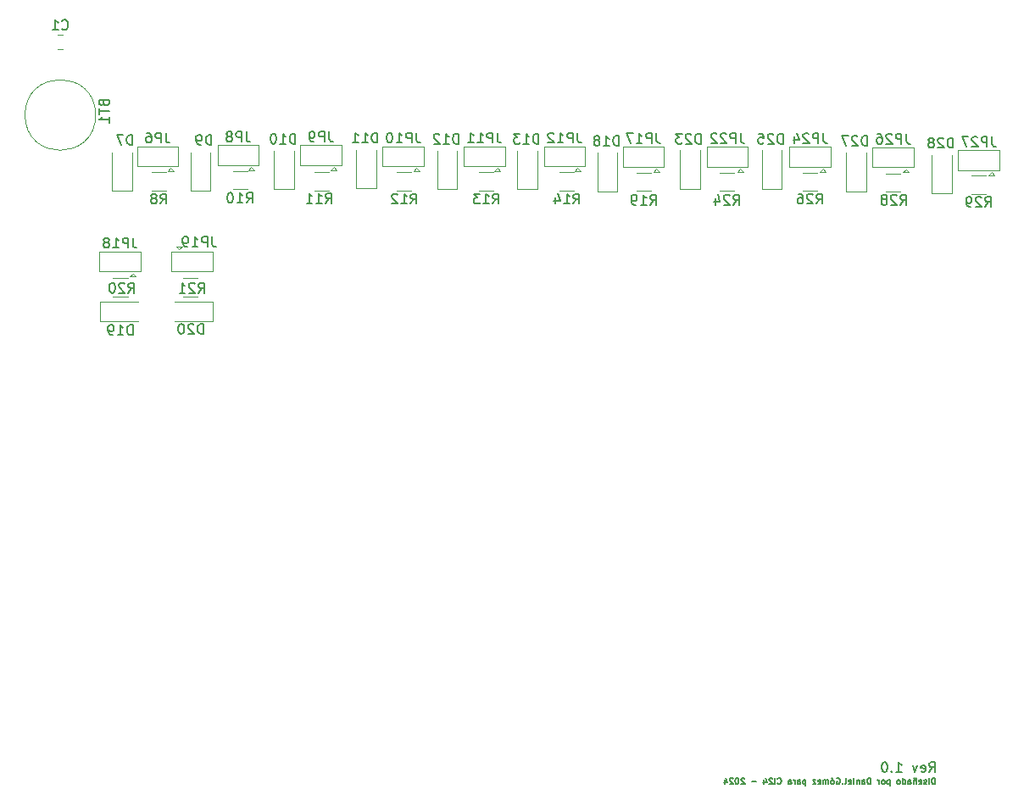
<source format=gbr>
%TF.GenerationSoftware,KiCad,Pcbnew,7.0.7*%
%TF.CreationDate,2024-09-02T11:23:26-05:00*%
%TF.ProjectId,Module_RPI,4d6f6475-6c65-45f5-9250-492e6b696361,rev?*%
%TF.SameCoordinates,Original*%
%TF.FileFunction,Legend,Bot*%
%TF.FilePolarity,Positive*%
%FSLAX46Y46*%
G04 Gerber Fmt 4.6, Leading zero omitted, Abs format (unit mm)*
G04 Created by KiCad (PCBNEW 7.0.7) date 2024-09-02 11:23:26*
%MOMM*%
%LPD*%
G01*
G04 APERTURE LIST*
%ADD10C,0.150000*%
%ADD11C,0.120000*%
G04 APERTURE END LIST*
D10*
X149941792Y-134619819D02*
X150275125Y-134143628D01*
X150513220Y-134619819D02*
X150513220Y-133619819D01*
X150513220Y-133619819D02*
X150132268Y-133619819D01*
X150132268Y-133619819D02*
X150037030Y-133667438D01*
X150037030Y-133667438D02*
X149989411Y-133715057D01*
X149989411Y-133715057D02*
X149941792Y-133810295D01*
X149941792Y-133810295D02*
X149941792Y-133953152D01*
X149941792Y-133953152D02*
X149989411Y-134048390D01*
X149989411Y-134048390D02*
X150037030Y-134096009D01*
X150037030Y-134096009D02*
X150132268Y-134143628D01*
X150132268Y-134143628D02*
X150513220Y-134143628D01*
X149132268Y-134572200D02*
X149227506Y-134619819D01*
X149227506Y-134619819D02*
X149417982Y-134619819D01*
X149417982Y-134619819D02*
X149513220Y-134572200D01*
X149513220Y-134572200D02*
X149560839Y-134476961D01*
X149560839Y-134476961D02*
X149560839Y-134096009D01*
X149560839Y-134096009D02*
X149513220Y-134000771D01*
X149513220Y-134000771D02*
X149417982Y-133953152D01*
X149417982Y-133953152D02*
X149227506Y-133953152D01*
X149227506Y-133953152D02*
X149132268Y-134000771D01*
X149132268Y-134000771D02*
X149084649Y-134096009D01*
X149084649Y-134096009D02*
X149084649Y-134191247D01*
X149084649Y-134191247D02*
X149560839Y-134286485D01*
X148751315Y-133953152D02*
X148513220Y-134619819D01*
X148513220Y-134619819D02*
X148275125Y-133953152D01*
X146608458Y-134619819D02*
X147179886Y-134619819D01*
X146894172Y-134619819D02*
X146894172Y-133619819D01*
X146894172Y-133619819D02*
X146989410Y-133762676D01*
X146989410Y-133762676D02*
X147084648Y-133857914D01*
X147084648Y-133857914D02*
X147179886Y-133905533D01*
X146179886Y-134524580D02*
X146132267Y-134572200D01*
X146132267Y-134572200D02*
X146179886Y-134619819D01*
X146179886Y-134619819D02*
X146227505Y-134572200D01*
X146227505Y-134572200D02*
X146179886Y-134524580D01*
X146179886Y-134524580D02*
X146179886Y-134619819D01*
X145513220Y-133619819D02*
X145417982Y-133619819D01*
X145417982Y-133619819D02*
X145322744Y-133667438D01*
X145322744Y-133667438D02*
X145275125Y-133715057D01*
X145275125Y-133715057D02*
X145227506Y-133810295D01*
X145227506Y-133810295D02*
X145179887Y-134000771D01*
X145179887Y-134000771D02*
X145179887Y-134238866D01*
X145179887Y-134238866D02*
X145227506Y-134429342D01*
X145227506Y-134429342D02*
X145275125Y-134524580D01*
X145275125Y-134524580D02*
X145322744Y-134572200D01*
X145322744Y-134572200D02*
X145417982Y-134619819D01*
X145417982Y-134619819D02*
X145513220Y-134619819D01*
X145513220Y-134619819D02*
X145608458Y-134572200D01*
X145608458Y-134572200D02*
X145656077Y-134524580D01*
X145656077Y-134524580D02*
X145703696Y-134429342D01*
X145703696Y-134429342D02*
X145751315Y-134238866D01*
X145751315Y-134238866D02*
X145751315Y-134000771D01*
X145751315Y-134000771D02*
X145703696Y-133810295D01*
X145703696Y-133810295D02*
X145656077Y-133715057D01*
X145656077Y-133715057D02*
X145608458Y-133667438D01*
X145608458Y-133667438D02*
X145513220Y-133619819D01*
X150508458Y-135818771D02*
X150508458Y-135218771D01*
X150508458Y-135218771D02*
X150365601Y-135218771D01*
X150365601Y-135218771D02*
X150279887Y-135247342D01*
X150279887Y-135247342D02*
X150222744Y-135304485D01*
X150222744Y-135304485D02*
X150194173Y-135361628D01*
X150194173Y-135361628D02*
X150165601Y-135475914D01*
X150165601Y-135475914D02*
X150165601Y-135561628D01*
X150165601Y-135561628D02*
X150194173Y-135675914D01*
X150194173Y-135675914D02*
X150222744Y-135733057D01*
X150222744Y-135733057D02*
X150279887Y-135790200D01*
X150279887Y-135790200D02*
X150365601Y-135818771D01*
X150365601Y-135818771D02*
X150508458Y-135818771D01*
X149908458Y-135818771D02*
X149908458Y-135418771D01*
X149908458Y-135218771D02*
X149937030Y-135247342D01*
X149937030Y-135247342D02*
X149908458Y-135275914D01*
X149908458Y-135275914D02*
X149879887Y-135247342D01*
X149879887Y-135247342D02*
X149908458Y-135218771D01*
X149908458Y-135218771D02*
X149908458Y-135275914D01*
X149651316Y-135790200D02*
X149594173Y-135818771D01*
X149594173Y-135818771D02*
X149479887Y-135818771D01*
X149479887Y-135818771D02*
X149422744Y-135790200D01*
X149422744Y-135790200D02*
X149394173Y-135733057D01*
X149394173Y-135733057D02*
X149394173Y-135704485D01*
X149394173Y-135704485D02*
X149422744Y-135647342D01*
X149422744Y-135647342D02*
X149479887Y-135618771D01*
X149479887Y-135618771D02*
X149565602Y-135618771D01*
X149565602Y-135618771D02*
X149622744Y-135590200D01*
X149622744Y-135590200D02*
X149651316Y-135533057D01*
X149651316Y-135533057D02*
X149651316Y-135504485D01*
X149651316Y-135504485D02*
X149622744Y-135447342D01*
X149622744Y-135447342D02*
X149565602Y-135418771D01*
X149565602Y-135418771D02*
X149479887Y-135418771D01*
X149479887Y-135418771D02*
X149422744Y-135447342D01*
X148908459Y-135790200D02*
X148965602Y-135818771D01*
X148965602Y-135818771D02*
X149079888Y-135818771D01*
X149079888Y-135818771D02*
X149137030Y-135790200D01*
X149137030Y-135790200D02*
X149165602Y-135733057D01*
X149165602Y-135733057D02*
X149165602Y-135504485D01*
X149165602Y-135504485D02*
X149137030Y-135447342D01*
X149137030Y-135447342D02*
X149079888Y-135418771D01*
X149079888Y-135418771D02*
X148965602Y-135418771D01*
X148965602Y-135418771D02*
X148908459Y-135447342D01*
X148908459Y-135447342D02*
X148879888Y-135504485D01*
X148879888Y-135504485D02*
X148879888Y-135561628D01*
X148879888Y-135561628D02*
X149165602Y-135618771D01*
X148622744Y-135418771D02*
X148622744Y-135818771D01*
X148622744Y-135475914D02*
X148594173Y-135447342D01*
X148594173Y-135447342D02*
X148537030Y-135418771D01*
X148537030Y-135418771D02*
X148451316Y-135418771D01*
X148451316Y-135418771D02*
X148394173Y-135447342D01*
X148394173Y-135447342D02*
X148365602Y-135504485D01*
X148365602Y-135504485D02*
X148365602Y-135818771D01*
X148651316Y-135275914D02*
X148622744Y-135247342D01*
X148622744Y-135247342D02*
X148565602Y-135218771D01*
X148565602Y-135218771D02*
X148451316Y-135275914D01*
X148451316Y-135275914D02*
X148394173Y-135247342D01*
X148394173Y-135247342D02*
X148365602Y-135218771D01*
X147822745Y-135818771D02*
X147822745Y-135504485D01*
X147822745Y-135504485D02*
X147851316Y-135447342D01*
X147851316Y-135447342D02*
X147908459Y-135418771D01*
X147908459Y-135418771D02*
X148022745Y-135418771D01*
X148022745Y-135418771D02*
X148079887Y-135447342D01*
X147822745Y-135790200D02*
X147879887Y-135818771D01*
X147879887Y-135818771D02*
X148022745Y-135818771D01*
X148022745Y-135818771D02*
X148079887Y-135790200D01*
X148079887Y-135790200D02*
X148108459Y-135733057D01*
X148108459Y-135733057D02*
X148108459Y-135675914D01*
X148108459Y-135675914D02*
X148079887Y-135618771D01*
X148079887Y-135618771D02*
X148022745Y-135590200D01*
X148022745Y-135590200D02*
X147879887Y-135590200D01*
X147879887Y-135590200D02*
X147822745Y-135561628D01*
X147279888Y-135818771D02*
X147279888Y-135218771D01*
X147279888Y-135790200D02*
X147337030Y-135818771D01*
X147337030Y-135818771D02*
X147451316Y-135818771D01*
X147451316Y-135818771D02*
X147508459Y-135790200D01*
X147508459Y-135790200D02*
X147537030Y-135761628D01*
X147537030Y-135761628D02*
X147565602Y-135704485D01*
X147565602Y-135704485D02*
X147565602Y-135533057D01*
X147565602Y-135533057D02*
X147537030Y-135475914D01*
X147537030Y-135475914D02*
X147508459Y-135447342D01*
X147508459Y-135447342D02*
X147451316Y-135418771D01*
X147451316Y-135418771D02*
X147337030Y-135418771D01*
X147337030Y-135418771D02*
X147279888Y-135447342D01*
X146908459Y-135818771D02*
X146965602Y-135790200D01*
X146965602Y-135790200D02*
X146994173Y-135761628D01*
X146994173Y-135761628D02*
X147022745Y-135704485D01*
X147022745Y-135704485D02*
X147022745Y-135533057D01*
X147022745Y-135533057D02*
X146994173Y-135475914D01*
X146994173Y-135475914D02*
X146965602Y-135447342D01*
X146965602Y-135447342D02*
X146908459Y-135418771D01*
X146908459Y-135418771D02*
X146822745Y-135418771D01*
X146822745Y-135418771D02*
X146765602Y-135447342D01*
X146765602Y-135447342D02*
X146737031Y-135475914D01*
X146737031Y-135475914D02*
X146708459Y-135533057D01*
X146708459Y-135533057D02*
X146708459Y-135704485D01*
X146708459Y-135704485D02*
X146737031Y-135761628D01*
X146737031Y-135761628D02*
X146765602Y-135790200D01*
X146765602Y-135790200D02*
X146822745Y-135818771D01*
X146822745Y-135818771D02*
X146908459Y-135818771D01*
X145994173Y-135418771D02*
X145994173Y-136018771D01*
X145994173Y-135447342D02*
X145937031Y-135418771D01*
X145937031Y-135418771D02*
X145822745Y-135418771D01*
X145822745Y-135418771D02*
X145765602Y-135447342D01*
X145765602Y-135447342D02*
X145737031Y-135475914D01*
X145737031Y-135475914D02*
X145708459Y-135533057D01*
X145708459Y-135533057D02*
X145708459Y-135704485D01*
X145708459Y-135704485D02*
X145737031Y-135761628D01*
X145737031Y-135761628D02*
X145765602Y-135790200D01*
X145765602Y-135790200D02*
X145822745Y-135818771D01*
X145822745Y-135818771D02*
X145937031Y-135818771D01*
X145937031Y-135818771D02*
X145994173Y-135790200D01*
X145365602Y-135818771D02*
X145422745Y-135790200D01*
X145422745Y-135790200D02*
X145451316Y-135761628D01*
X145451316Y-135761628D02*
X145479888Y-135704485D01*
X145479888Y-135704485D02*
X145479888Y-135533057D01*
X145479888Y-135533057D02*
X145451316Y-135475914D01*
X145451316Y-135475914D02*
X145422745Y-135447342D01*
X145422745Y-135447342D02*
X145365602Y-135418771D01*
X145365602Y-135418771D02*
X145279888Y-135418771D01*
X145279888Y-135418771D02*
X145222745Y-135447342D01*
X145222745Y-135447342D02*
X145194174Y-135475914D01*
X145194174Y-135475914D02*
X145165602Y-135533057D01*
X145165602Y-135533057D02*
X145165602Y-135704485D01*
X145165602Y-135704485D02*
X145194174Y-135761628D01*
X145194174Y-135761628D02*
X145222745Y-135790200D01*
X145222745Y-135790200D02*
X145279888Y-135818771D01*
X145279888Y-135818771D02*
X145365602Y-135818771D01*
X144908459Y-135818771D02*
X144908459Y-135418771D01*
X144908459Y-135533057D02*
X144879888Y-135475914D01*
X144879888Y-135475914D02*
X144851317Y-135447342D01*
X144851317Y-135447342D02*
X144794174Y-135418771D01*
X144794174Y-135418771D02*
X144737031Y-135418771D01*
X144079887Y-135818771D02*
X144079887Y-135218771D01*
X144079887Y-135218771D02*
X143937030Y-135218771D01*
X143937030Y-135218771D02*
X143851316Y-135247342D01*
X143851316Y-135247342D02*
X143794173Y-135304485D01*
X143794173Y-135304485D02*
X143765602Y-135361628D01*
X143765602Y-135361628D02*
X143737030Y-135475914D01*
X143737030Y-135475914D02*
X143737030Y-135561628D01*
X143737030Y-135561628D02*
X143765602Y-135675914D01*
X143765602Y-135675914D02*
X143794173Y-135733057D01*
X143794173Y-135733057D02*
X143851316Y-135790200D01*
X143851316Y-135790200D02*
X143937030Y-135818771D01*
X143937030Y-135818771D02*
X144079887Y-135818771D01*
X143222745Y-135818771D02*
X143222745Y-135504485D01*
X143222745Y-135504485D02*
X143251316Y-135447342D01*
X143251316Y-135447342D02*
X143308459Y-135418771D01*
X143308459Y-135418771D02*
X143422745Y-135418771D01*
X143422745Y-135418771D02*
X143479887Y-135447342D01*
X143222745Y-135790200D02*
X143279887Y-135818771D01*
X143279887Y-135818771D02*
X143422745Y-135818771D01*
X143422745Y-135818771D02*
X143479887Y-135790200D01*
X143479887Y-135790200D02*
X143508459Y-135733057D01*
X143508459Y-135733057D02*
X143508459Y-135675914D01*
X143508459Y-135675914D02*
X143479887Y-135618771D01*
X143479887Y-135618771D02*
X143422745Y-135590200D01*
X143422745Y-135590200D02*
X143279887Y-135590200D01*
X143279887Y-135590200D02*
X143222745Y-135561628D01*
X142937030Y-135418771D02*
X142937030Y-135818771D01*
X142937030Y-135475914D02*
X142908459Y-135447342D01*
X142908459Y-135447342D02*
X142851316Y-135418771D01*
X142851316Y-135418771D02*
X142765602Y-135418771D01*
X142765602Y-135418771D02*
X142708459Y-135447342D01*
X142708459Y-135447342D02*
X142679888Y-135504485D01*
X142679888Y-135504485D02*
X142679888Y-135818771D01*
X142394173Y-135818771D02*
X142394173Y-135418771D01*
X142394173Y-135218771D02*
X142422745Y-135247342D01*
X142422745Y-135247342D02*
X142394173Y-135275914D01*
X142394173Y-135275914D02*
X142365602Y-135247342D01*
X142365602Y-135247342D02*
X142394173Y-135218771D01*
X142394173Y-135218771D02*
X142394173Y-135275914D01*
X141879888Y-135790200D02*
X141937031Y-135818771D01*
X141937031Y-135818771D02*
X142051317Y-135818771D01*
X142051317Y-135818771D02*
X142108459Y-135790200D01*
X142108459Y-135790200D02*
X142137031Y-135733057D01*
X142137031Y-135733057D02*
X142137031Y-135504485D01*
X142137031Y-135504485D02*
X142108459Y-135447342D01*
X142108459Y-135447342D02*
X142051317Y-135418771D01*
X142051317Y-135418771D02*
X141937031Y-135418771D01*
X141937031Y-135418771D02*
X141879888Y-135447342D01*
X141879888Y-135447342D02*
X141851317Y-135504485D01*
X141851317Y-135504485D02*
X141851317Y-135561628D01*
X141851317Y-135561628D02*
X142137031Y-135618771D01*
X141508459Y-135818771D02*
X141565602Y-135790200D01*
X141565602Y-135790200D02*
X141594173Y-135733057D01*
X141594173Y-135733057D02*
X141594173Y-135218771D01*
X141279887Y-135761628D02*
X141251316Y-135790200D01*
X141251316Y-135790200D02*
X141279887Y-135818771D01*
X141279887Y-135818771D02*
X141308459Y-135790200D01*
X141308459Y-135790200D02*
X141279887Y-135761628D01*
X141279887Y-135761628D02*
X141279887Y-135818771D01*
X140679888Y-135247342D02*
X140737031Y-135218771D01*
X140737031Y-135218771D02*
X140822745Y-135218771D01*
X140822745Y-135218771D02*
X140908459Y-135247342D01*
X140908459Y-135247342D02*
X140965602Y-135304485D01*
X140965602Y-135304485D02*
X140994173Y-135361628D01*
X140994173Y-135361628D02*
X141022745Y-135475914D01*
X141022745Y-135475914D02*
X141022745Y-135561628D01*
X141022745Y-135561628D02*
X140994173Y-135675914D01*
X140994173Y-135675914D02*
X140965602Y-135733057D01*
X140965602Y-135733057D02*
X140908459Y-135790200D01*
X140908459Y-135790200D02*
X140822745Y-135818771D01*
X140822745Y-135818771D02*
X140765602Y-135818771D01*
X140765602Y-135818771D02*
X140679888Y-135790200D01*
X140679888Y-135790200D02*
X140651316Y-135761628D01*
X140651316Y-135761628D02*
X140651316Y-135561628D01*
X140651316Y-135561628D02*
X140765602Y-135561628D01*
X140308459Y-135818771D02*
X140365602Y-135790200D01*
X140365602Y-135790200D02*
X140394173Y-135761628D01*
X140394173Y-135761628D02*
X140422745Y-135704485D01*
X140422745Y-135704485D02*
X140422745Y-135533057D01*
X140422745Y-135533057D02*
X140394173Y-135475914D01*
X140394173Y-135475914D02*
X140365602Y-135447342D01*
X140365602Y-135447342D02*
X140308459Y-135418771D01*
X140308459Y-135418771D02*
X140222745Y-135418771D01*
X140222745Y-135418771D02*
X140165602Y-135447342D01*
X140165602Y-135447342D02*
X140137031Y-135475914D01*
X140137031Y-135475914D02*
X140108459Y-135533057D01*
X140108459Y-135533057D02*
X140108459Y-135704485D01*
X140108459Y-135704485D02*
X140137031Y-135761628D01*
X140137031Y-135761628D02*
X140165602Y-135790200D01*
X140165602Y-135790200D02*
X140222745Y-135818771D01*
X140222745Y-135818771D02*
X140308459Y-135818771D01*
X140194173Y-135190200D02*
X140279888Y-135275914D01*
X139851316Y-135818771D02*
X139851316Y-135418771D01*
X139851316Y-135475914D02*
X139822745Y-135447342D01*
X139822745Y-135447342D02*
X139765602Y-135418771D01*
X139765602Y-135418771D02*
X139679888Y-135418771D01*
X139679888Y-135418771D02*
X139622745Y-135447342D01*
X139622745Y-135447342D02*
X139594174Y-135504485D01*
X139594174Y-135504485D02*
X139594174Y-135818771D01*
X139594174Y-135504485D02*
X139565602Y-135447342D01*
X139565602Y-135447342D02*
X139508459Y-135418771D01*
X139508459Y-135418771D02*
X139422745Y-135418771D01*
X139422745Y-135418771D02*
X139365602Y-135447342D01*
X139365602Y-135447342D02*
X139337031Y-135504485D01*
X139337031Y-135504485D02*
X139337031Y-135818771D01*
X138822745Y-135790200D02*
X138879888Y-135818771D01*
X138879888Y-135818771D02*
X138994174Y-135818771D01*
X138994174Y-135818771D02*
X139051316Y-135790200D01*
X139051316Y-135790200D02*
X139079888Y-135733057D01*
X139079888Y-135733057D02*
X139079888Y-135504485D01*
X139079888Y-135504485D02*
X139051316Y-135447342D01*
X139051316Y-135447342D02*
X138994174Y-135418771D01*
X138994174Y-135418771D02*
X138879888Y-135418771D01*
X138879888Y-135418771D02*
X138822745Y-135447342D01*
X138822745Y-135447342D02*
X138794174Y-135504485D01*
X138794174Y-135504485D02*
X138794174Y-135561628D01*
X138794174Y-135561628D02*
X139079888Y-135618771D01*
X138594173Y-135418771D02*
X138279888Y-135418771D01*
X138279888Y-135418771D02*
X138594173Y-135818771D01*
X138594173Y-135818771D02*
X138279888Y-135818771D01*
X137594173Y-135418771D02*
X137594173Y-136018771D01*
X137594173Y-135447342D02*
X137537031Y-135418771D01*
X137537031Y-135418771D02*
X137422745Y-135418771D01*
X137422745Y-135418771D02*
X137365602Y-135447342D01*
X137365602Y-135447342D02*
X137337031Y-135475914D01*
X137337031Y-135475914D02*
X137308459Y-135533057D01*
X137308459Y-135533057D02*
X137308459Y-135704485D01*
X137308459Y-135704485D02*
X137337031Y-135761628D01*
X137337031Y-135761628D02*
X137365602Y-135790200D01*
X137365602Y-135790200D02*
X137422745Y-135818771D01*
X137422745Y-135818771D02*
X137537031Y-135818771D01*
X137537031Y-135818771D02*
X137594173Y-135790200D01*
X136794174Y-135818771D02*
X136794174Y-135504485D01*
X136794174Y-135504485D02*
X136822745Y-135447342D01*
X136822745Y-135447342D02*
X136879888Y-135418771D01*
X136879888Y-135418771D02*
X136994174Y-135418771D01*
X136994174Y-135418771D02*
X137051316Y-135447342D01*
X136794174Y-135790200D02*
X136851316Y-135818771D01*
X136851316Y-135818771D02*
X136994174Y-135818771D01*
X136994174Y-135818771D02*
X137051316Y-135790200D01*
X137051316Y-135790200D02*
X137079888Y-135733057D01*
X137079888Y-135733057D02*
X137079888Y-135675914D01*
X137079888Y-135675914D02*
X137051316Y-135618771D01*
X137051316Y-135618771D02*
X136994174Y-135590200D01*
X136994174Y-135590200D02*
X136851316Y-135590200D01*
X136851316Y-135590200D02*
X136794174Y-135561628D01*
X136508459Y-135818771D02*
X136508459Y-135418771D01*
X136508459Y-135533057D02*
X136479888Y-135475914D01*
X136479888Y-135475914D02*
X136451317Y-135447342D01*
X136451317Y-135447342D02*
X136394174Y-135418771D01*
X136394174Y-135418771D02*
X136337031Y-135418771D01*
X135879888Y-135818771D02*
X135879888Y-135504485D01*
X135879888Y-135504485D02*
X135908459Y-135447342D01*
X135908459Y-135447342D02*
X135965602Y-135418771D01*
X135965602Y-135418771D02*
X136079888Y-135418771D01*
X136079888Y-135418771D02*
X136137030Y-135447342D01*
X135879888Y-135790200D02*
X135937030Y-135818771D01*
X135937030Y-135818771D02*
X136079888Y-135818771D01*
X136079888Y-135818771D02*
X136137030Y-135790200D01*
X136137030Y-135790200D02*
X136165602Y-135733057D01*
X136165602Y-135733057D02*
X136165602Y-135675914D01*
X136165602Y-135675914D02*
X136137030Y-135618771D01*
X136137030Y-135618771D02*
X136079888Y-135590200D01*
X136079888Y-135590200D02*
X135937030Y-135590200D01*
X135937030Y-135590200D02*
X135879888Y-135561628D01*
X134794173Y-135761628D02*
X134822745Y-135790200D01*
X134822745Y-135790200D02*
X134908459Y-135818771D01*
X134908459Y-135818771D02*
X134965602Y-135818771D01*
X134965602Y-135818771D02*
X135051316Y-135790200D01*
X135051316Y-135790200D02*
X135108459Y-135733057D01*
X135108459Y-135733057D02*
X135137030Y-135675914D01*
X135137030Y-135675914D02*
X135165602Y-135561628D01*
X135165602Y-135561628D02*
X135165602Y-135475914D01*
X135165602Y-135475914D02*
X135137030Y-135361628D01*
X135137030Y-135361628D02*
X135108459Y-135304485D01*
X135108459Y-135304485D02*
X135051316Y-135247342D01*
X135051316Y-135247342D02*
X134965602Y-135218771D01*
X134965602Y-135218771D02*
X134908459Y-135218771D01*
X134908459Y-135218771D02*
X134822745Y-135247342D01*
X134822745Y-135247342D02*
X134794173Y-135275914D01*
X134537030Y-135818771D02*
X134537030Y-135218771D01*
X134279888Y-135275914D02*
X134251316Y-135247342D01*
X134251316Y-135247342D02*
X134194174Y-135218771D01*
X134194174Y-135218771D02*
X134051316Y-135218771D01*
X134051316Y-135218771D02*
X133994174Y-135247342D01*
X133994174Y-135247342D02*
X133965602Y-135275914D01*
X133965602Y-135275914D02*
X133937031Y-135333057D01*
X133937031Y-135333057D02*
X133937031Y-135390200D01*
X133937031Y-135390200D02*
X133965602Y-135475914D01*
X133965602Y-135475914D02*
X134308459Y-135818771D01*
X134308459Y-135818771D02*
X133937031Y-135818771D01*
X133422745Y-135418771D02*
X133422745Y-135818771D01*
X133565602Y-135190200D02*
X133708459Y-135618771D01*
X133708459Y-135618771D02*
X133337030Y-135618771D01*
X132651315Y-135590200D02*
X132194173Y-135590200D01*
X131479887Y-135275914D02*
X131451315Y-135247342D01*
X131451315Y-135247342D02*
X131394173Y-135218771D01*
X131394173Y-135218771D02*
X131251315Y-135218771D01*
X131251315Y-135218771D02*
X131194173Y-135247342D01*
X131194173Y-135247342D02*
X131165601Y-135275914D01*
X131165601Y-135275914D02*
X131137030Y-135333057D01*
X131137030Y-135333057D02*
X131137030Y-135390200D01*
X131137030Y-135390200D02*
X131165601Y-135475914D01*
X131165601Y-135475914D02*
X131508458Y-135818771D01*
X131508458Y-135818771D02*
X131137030Y-135818771D01*
X130765601Y-135218771D02*
X130708458Y-135218771D01*
X130708458Y-135218771D02*
X130651315Y-135247342D01*
X130651315Y-135247342D02*
X130622744Y-135275914D01*
X130622744Y-135275914D02*
X130594172Y-135333057D01*
X130594172Y-135333057D02*
X130565601Y-135447342D01*
X130565601Y-135447342D02*
X130565601Y-135590200D01*
X130565601Y-135590200D02*
X130594172Y-135704485D01*
X130594172Y-135704485D02*
X130622744Y-135761628D01*
X130622744Y-135761628D02*
X130651315Y-135790200D01*
X130651315Y-135790200D02*
X130708458Y-135818771D01*
X130708458Y-135818771D02*
X130765601Y-135818771D01*
X130765601Y-135818771D02*
X130822744Y-135790200D01*
X130822744Y-135790200D02*
X130851315Y-135761628D01*
X130851315Y-135761628D02*
X130879886Y-135704485D01*
X130879886Y-135704485D02*
X130908458Y-135590200D01*
X130908458Y-135590200D02*
X130908458Y-135447342D01*
X130908458Y-135447342D02*
X130879886Y-135333057D01*
X130879886Y-135333057D02*
X130851315Y-135275914D01*
X130851315Y-135275914D02*
X130822744Y-135247342D01*
X130822744Y-135247342D02*
X130765601Y-135218771D01*
X130337029Y-135275914D02*
X130308457Y-135247342D01*
X130308457Y-135247342D02*
X130251315Y-135218771D01*
X130251315Y-135218771D02*
X130108457Y-135218771D01*
X130108457Y-135218771D02*
X130051315Y-135247342D01*
X130051315Y-135247342D02*
X130022743Y-135275914D01*
X130022743Y-135275914D02*
X129994172Y-135333057D01*
X129994172Y-135333057D02*
X129994172Y-135390200D01*
X129994172Y-135390200D02*
X130022743Y-135475914D01*
X130022743Y-135475914D02*
X130365600Y-135818771D01*
X130365600Y-135818771D02*
X129994172Y-135818771D01*
X129479886Y-135418771D02*
X129479886Y-135818771D01*
X129622743Y-135190200D02*
X129765600Y-135618771D01*
X129765600Y-135618771D02*
X129394171Y-135618771D01*
X67481009Y-67796183D02*
X67528628Y-67939040D01*
X67528628Y-67939040D02*
X67576247Y-67986659D01*
X67576247Y-67986659D02*
X67671485Y-68034278D01*
X67671485Y-68034278D02*
X67814342Y-68034278D01*
X67814342Y-68034278D02*
X67909580Y-67986659D01*
X67909580Y-67986659D02*
X67957200Y-67939040D01*
X67957200Y-67939040D02*
X68004819Y-67843802D01*
X68004819Y-67843802D02*
X68004819Y-67462850D01*
X68004819Y-67462850D02*
X67004819Y-67462850D01*
X67004819Y-67462850D02*
X67004819Y-67796183D01*
X67004819Y-67796183D02*
X67052438Y-67891421D01*
X67052438Y-67891421D02*
X67100057Y-67939040D01*
X67100057Y-67939040D02*
X67195295Y-67986659D01*
X67195295Y-67986659D02*
X67290533Y-67986659D01*
X67290533Y-67986659D02*
X67385771Y-67939040D01*
X67385771Y-67939040D02*
X67433390Y-67891421D01*
X67433390Y-67891421D02*
X67481009Y-67796183D01*
X67481009Y-67796183D02*
X67481009Y-67462850D01*
X67004819Y-68319993D02*
X67004819Y-68891421D01*
X68004819Y-68605707D02*
X67004819Y-68605707D01*
X68004819Y-69748564D02*
X68004819Y-69177136D01*
X68004819Y-69462850D02*
X67004819Y-69462850D01*
X67004819Y-69462850D02*
X67147676Y-69367612D01*
X67147676Y-69367612D02*
X67242914Y-69272374D01*
X67242914Y-69272374D02*
X67290533Y-69177136D01*
X63316666Y-60379580D02*
X63364285Y-60427200D01*
X63364285Y-60427200D02*
X63507142Y-60474819D01*
X63507142Y-60474819D02*
X63602380Y-60474819D01*
X63602380Y-60474819D02*
X63745237Y-60427200D01*
X63745237Y-60427200D02*
X63840475Y-60331961D01*
X63840475Y-60331961D02*
X63888094Y-60236723D01*
X63888094Y-60236723D02*
X63935713Y-60046247D01*
X63935713Y-60046247D02*
X63935713Y-59903390D01*
X63935713Y-59903390D02*
X63888094Y-59712914D01*
X63888094Y-59712914D02*
X63840475Y-59617676D01*
X63840475Y-59617676D02*
X63745237Y-59522438D01*
X63745237Y-59522438D02*
X63602380Y-59474819D01*
X63602380Y-59474819D02*
X63507142Y-59474819D01*
X63507142Y-59474819D02*
X63364285Y-59522438D01*
X63364285Y-59522438D02*
X63316666Y-59570057D01*
X62364285Y-60474819D02*
X62935713Y-60474819D01*
X62649999Y-60474819D02*
X62649999Y-59474819D01*
X62649999Y-59474819D02*
X62745237Y-59617676D01*
X62745237Y-59617676D02*
X62840475Y-59712914D01*
X62840475Y-59712914D02*
X62935713Y-59760533D01*
X73683333Y-70754819D02*
X73683333Y-71469104D01*
X73683333Y-71469104D02*
X73730952Y-71611961D01*
X73730952Y-71611961D02*
X73826190Y-71707200D01*
X73826190Y-71707200D02*
X73969047Y-71754819D01*
X73969047Y-71754819D02*
X74064285Y-71754819D01*
X73207142Y-71754819D02*
X73207142Y-70754819D01*
X73207142Y-70754819D02*
X72826190Y-70754819D01*
X72826190Y-70754819D02*
X72730952Y-70802438D01*
X72730952Y-70802438D02*
X72683333Y-70850057D01*
X72683333Y-70850057D02*
X72635714Y-70945295D01*
X72635714Y-70945295D02*
X72635714Y-71088152D01*
X72635714Y-71088152D02*
X72683333Y-71183390D01*
X72683333Y-71183390D02*
X72730952Y-71231009D01*
X72730952Y-71231009D02*
X72826190Y-71278628D01*
X72826190Y-71278628D02*
X73207142Y-71278628D01*
X71778571Y-70754819D02*
X71969047Y-70754819D01*
X71969047Y-70754819D02*
X72064285Y-70802438D01*
X72064285Y-70802438D02*
X72111904Y-70850057D01*
X72111904Y-70850057D02*
X72207142Y-70992914D01*
X72207142Y-70992914D02*
X72254761Y-71183390D01*
X72254761Y-71183390D02*
X72254761Y-71564342D01*
X72254761Y-71564342D02*
X72207142Y-71659580D01*
X72207142Y-71659580D02*
X72159523Y-71707200D01*
X72159523Y-71707200D02*
X72064285Y-71754819D01*
X72064285Y-71754819D02*
X71873809Y-71754819D01*
X71873809Y-71754819D02*
X71778571Y-71707200D01*
X71778571Y-71707200D02*
X71730952Y-71659580D01*
X71730952Y-71659580D02*
X71683333Y-71564342D01*
X71683333Y-71564342D02*
X71683333Y-71326247D01*
X71683333Y-71326247D02*
X71730952Y-71231009D01*
X71730952Y-71231009D02*
X71778571Y-71183390D01*
X71778571Y-71183390D02*
X71873809Y-71135771D01*
X71873809Y-71135771D02*
X72064285Y-71135771D01*
X72064285Y-71135771D02*
X72159523Y-71183390D01*
X72159523Y-71183390D02*
X72207142Y-71231009D01*
X72207142Y-71231009D02*
X72254761Y-71326247D01*
X122686587Y-70804819D02*
X122686587Y-71519104D01*
X122686587Y-71519104D02*
X122734206Y-71661961D01*
X122734206Y-71661961D02*
X122829444Y-71757200D01*
X122829444Y-71757200D02*
X122972301Y-71804819D01*
X122972301Y-71804819D02*
X123067539Y-71804819D01*
X122210396Y-71804819D02*
X122210396Y-70804819D01*
X122210396Y-70804819D02*
X121829444Y-70804819D01*
X121829444Y-70804819D02*
X121734206Y-70852438D01*
X121734206Y-70852438D02*
X121686587Y-70900057D01*
X121686587Y-70900057D02*
X121638968Y-70995295D01*
X121638968Y-70995295D02*
X121638968Y-71138152D01*
X121638968Y-71138152D02*
X121686587Y-71233390D01*
X121686587Y-71233390D02*
X121734206Y-71281009D01*
X121734206Y-71281009D02*
X121829444Y-71328628D01*
X121829444Y-71328628D02*
X122210396Y-71328628D01*
X120686587Y-71804819D02*
X121258015Y-71804819D01*
X120972301Y-71804819D02*
X120972301Y-70804819D01*
X120972301Y-70804819D02*
X121067539Y-70947676D01*
X121067539Y-70947676D02*
X121162777Y-71042914D01*
X121162777Y-71042914D02*
X121258015Y-71090533D01*
X120353253Y-70804819D02*
X119686587Y-70804819D01*
X119686587Y-70804819D02*
X120115158Y-71804819D01*
X147042857Y-77954819D02*
X147376190Y-77478628D01*
X147614285Y-77954819D02*
X147614285Y-76954819D01*
X147614285Y-76954819D02*
X147233333Y-76954819D01*
X147233333Y-76954819D02*
X147138095Y-77002438D01*
X147138095Y-77002438D02*
X147090476Y-77050057D01*
X147090476Y-77050057D02*
X147042857Y-77145295D01*
X147042857Y-77145295D02*
X147042857Y-77288152D01*
X147042857Y-77288152D02*
X147090476Y-77383390D01*
X147090476Y-77383390D02*
X147138095Y-77431009D01*
X147138095Y-77431009D02*
X147233333Y-77478628D01*
X147233333Y-77478628D02*
X147614285Y-77478628D01*
X146661904Y-77050057D02*
X146614285Y-77002438D01*
X146614285Y-77002438D02*
X146519047Y-76954819D01*
X146519047Y-76954819D02*
X146280952Y-76954819D01*
X146280952Y-76954819D02*
X146185714Y-77002438D01*
X146185714Y-77002438D02*
X146138095Y-77050057D01*
X146138095Y-77050057D02*
X146090476Y-77145295D01*
X146090476Y-77145295D02*
X146090476Y-77240533D01*
X146090476Y-77240533D02*
X146138095Y-77383390D01*
X146138095Y-77383390D02*
X146709523Y-77954819D01*
X146709523Y-77954819D02*
X146090476Y-77954819D01*
X145519047Y-77383390D02*
X145614285Y-77335771D01*
X145614285Y-77335771D02*
X145661904Y-77288152D01*
X145661904Y-77288152D02*
X145709523Y-77192914D01*
X145709523Y-77192914D02*
X145709523Y-77145295D01*
X145709523Y-77145295D02*
X145661904Y-77050057D01*
X145661904Y-77050057D02*
X145614285Y-77002438D01*
X145614285Y-77002438D02*
X145519047Y-76954819D01*
X145519047Y-76954819D02*
X145328571Y-76954819D01*
X145328571Y-76954819D02*
X145233333Y-77002438D01*
X145233333Y-77002438D02*
X145185714Y-77050057D01*
X145185714Y-77050057D02*
X145138095Y-77145295D01*
X145138095Y-77145295D02*
X145138095Y-77192914D01*
X145138095Y-77192914D02*
X145185714Y-77288152D01*
X145185714Y-77288152D02*
X145233333Y-77335771D01*
X145233333Y-77335771D02*
X145328571Y-77383390D01*
X145328571Y-77383390D02*
X145519047Y-77383390D01*
X145519047Y-77383390D02*
X145614285Y-77431009D01*
X145614285Y-77431009D02*
X145661904Y-77478628D01*
X145661904Y-77478628D02*
X145709523Y-77573866D01*
X145709523Y-77573866D02*
X145709523Y-77764342D01*
X145709523Y-77764342D02*
X145661904Y-77859580D01*
X145661904Y-77859580D02*
X145614285Y-77907200D01*
X145614285Y-77907200D02*
X145519047Y-77954819D01*
X145519047Y-77954819D02*
X145328571Y-77954819D01*
X145328571Y-77954819D02*
X145233333Y-77907200D01*
X145233333Y-77907200D02*
X145185714Y-77859580D01*
X145185714Y-77859580D02*
X145138095Y-77764342D01*
X145138095Y-77764342D02*
X145138095Y-77573866D01*
X145138095Y-77573866D02*
X145185714Y-77478628D01*
X145185714Y-77478628D02*
X145233333Y-77431009D01*
X145233333Y-77431009D02*
X145328571Y-77383390D01*
X76942857Y-86754819D02*
X77276190Y-86278628D01*
X77514285Y-86754819D02*
X77514285Y-85754819D01*
X77514285Y-85754819D02*
X77133333Y-85754819D01*
X77133333Y-85754819D02*
X77038095Y-85802438D01*
X77038095Y-85802438D02*
X76990476Y-85850057D01*
X76990476Y-85850057D02*
X76942857Y-85945295D01*
X76942857Y-85945295D02*
X76942857Y-86088152D01*
X76942857Y-86088152D02*
X76990476Y-86183390D01*
X76990476Y-86183390D02*
X77038095Y-86231009D01*
X77038095Y-86231009D02*
X77133333Y-86278628D01*
X77133333Y-86278628D02*
X77514285Y-86278628D01*
X76561904Y-85850057D02*
X76514285Y-85802438D01*
X76514285Y-85802438D02*
X76419047Y-85754819D01*
X76419047Y-85754819D02*
X76180952Y-85754819D01*
X76180952Y-85754819D02*
X76085714Y-85802438D01*
X76085714Y-85802438D02*
X76038095Y-85850057D01*
X76038095Y-85850057D02*
X75990476Y-85945295D01*
X75990476Y-85945295D02*
X75990476Y-86040533D01*
X75990476Y-86040533D02*
X76038095Y-86183390D01*
X76038095Y-86183390D02*
X76609523Y-86754819D01*
X76609523Y-86754819D02*
X75990476Y-86754819D01*
X75038095Y-86754819D02*
X75609523Y-86754819D01*
X75323809Y-86754819D02*
X75323809Y-85754819D01*
X75323809Y-85754819D02*
X75419047Y-85897676D01*
X75419047Y-85897676D02*
X75514285Y-85992914D01*
X75514285Y-85992914D02*
X75609523Y-86040533D01*
X118914285Y-72054819D02*
X118914285Y-71054819D01*
X118914285Y-71054819D02*
X118676190Y-71054819D01*
X118676190Y-71054819D02*
X118533333Y-71102438D01*
X118533333Y-71102438D02*
X118438095Y-71197676D01*
X118438095Y-71197676D02*
X118390476Y-71292914D01*
X118390476Y-71292914D02*
X118342857Y-71483390D01*
X118342857Y-71483390D02*
X118342857Y-71626247D01*
X118342857Y-71626247D02*
X118390476Y-71816723D01*
X118390476Y-71816723D02*
X118438095Y-71911961D01*
X118438095Y-71911961D02*
X118533333Y-72007200D01*
X118533333Y-72007200D02*
X118676190Y-72054819D01*
X118676190Y-72054819D02*
X118914285Y-72054819D01*
X117390476Y-72054819D02*
X117961904Y-72054819D01*
X117676190Y-72054819D02*
X117676190Y-71054819D01*
X117676190Y-71054819D02*
X117771428Y-71197676D01*
X117771428Y-71197676D02*
X117866666Y-71292914D01*
X117866666Y-71292914D02*
X117961904Y-71340533D01*
X116819047Y-71483390D02*
X116914285Y-71435771D01*
X116914285Y-71435771D02*
X116961904Y-71388152D01*
X116961904Y-71388152D02*
X117009523Y-71292914D01*
X117009523Y-71292914D02*
X117009523Y-71245295D01*
X117009523Y-71245295D02*
X116961904Y-71150057D01*
X116961904Y-71150057D02*
X116914285Y-71102438D01*
X116914285Y-71102438D02*
X116819047Y-71054819D01*
X116819047Y-71054819D02*
X116628571Y-71054819D01*
X116628571Y-71054819D02*
X116533333Y-71102438D01*
X116533333Y-71102438D02*
X116485714Y-71150057D01*
X116485714Y-71150057D02*
X116438095Y-71245295D01*
X116438095Y-71245295D02*
X116438095Y-71292914D01*
X116438095Y-71292914D02*
X116485714Y-71388152D01*
X116485714Y-71388152D02*
X116533333Y-71435771D01*
X116533333Y-71435771D02*
X116628571Y-71483390D01*
X116628571Y-71483390D02*
X116819047Y-71483390D01*
X116819047Y-71483390D02*
X116914285Y-71531009D01*
X116914285Y-71531009D02*
X116961904Y-71578628D01*
X116961904Y-71578628D02*
X117009523Y-71673866D01*
X117009523Y-71673866D02*
X117009523Y-71864342D01*
X117009523Y-71864342D02*
X116961904Y-71959580D01*
X116961904Y-71959580D02*
X116914285Y-72007200D01*
X116914285Y-72007200D02*
X116819047Y-72054819D01*
X116819047Y-72054819D02*
X116628571Y-72054819D01*
X116628571Y-72054819D02*
X116533333Y-72007200D01*
X116533333Y-72007200D02*
X116485714Y-71959580D01*
X116485714Y-71959580D02*
X116438095Y-71864342D01*
X116438095Y-71864342D02*
X116438095Y-71673866D01*
X116438095Y-71673866D02*
X116485714Y-71578628D01*
X116485714Y-71578628D02*
X116533333Y-71531009D01*
X116533333Y-71531009D02*
X116628571Y-71483390D01*
X127114285Y-71854819D02*
X127114285Y-70854819D01*
X127114285Y-70854819D02*
X126876190Y-70854819D01*
X126876190Y-70854819D02*
X126733333Y-70902438D01*
X126733333Y-70902438D02*
X126638095Y-70997676D01*
X126638095Y-70997676D02*
X126590476Y-71092914D01*
X126590476Y-71092914D02*
X126542857Y-71283390D01*
X126542857Y-71283390D02*
X126542857Y-71426247D01*
X126542857Y-71426247D02*
X126590476Y-71616723D01*
X126590476Y-71616723D02*
X126638095Y-71711961D01*
X126638095Y-71711961D02*
X126733333Y-71807200D01*
X126733333Y-71807200D02*
X126876190Y-71854819D01*
X126876190Y-71854819D02*
X127114285Y-71854819D01*
X126161904Y-70950057D02*
X126114285Y-70902438D01*
X126114285Y-70902438D02*
X126019047Y-70854819D01*
X126019047Y-70854819D02*
X125780952Y-70854819D01*
X125780952Y-70854819D02*
X125685714Y-70902438D01*
X125685714Y-70902438D02*
X125638095Y-70950057D01*
X125638095Y-70950057D02*
X125590476Y-71045295D01*
X125590476Y-71045295D02*
X125590476Y-71140533D01*
X125590476Y-71140533D02*
X125638095Y-71283390D01*
X125638095Y-71283390D02*
X126209523Y-71854819D01*
X126209523Y-71854819D02*
X125590476Y-71854819D01*
X125257142Y-70854819D02*
X124638095Y-70854819D01*
X124638095Y-70854819D02*
X124971428Y-71235771D01*
X124971428Y-71235771D02*
X124828571Y-71235771D01*
X124828571Y-71235771D02*
X124733333Y-71283390D01*
X124733333Y-71283390D02*
X124685714Y-71331009D01*
X124685714Y-71331009D02*
X124638095Y-71426247D01*
X124638095Y-71426247D02*
X124638095Y-71664342D01*
X124638095Y-71664342D02*
X124685714Y-71759580D01*
X124685714Y-71759580D02*
X124733333Y-71807200D01*
X124733333Y-71807200D02*
X124828571Y-71854819D01*
X124828571Y-71854819D02*
X125114285Y-71854819D01*
X125114285Y-71854819D02*
X125209523Y-71807200D01*
X125209523Y-71807200D02*
X125257142Y-71759580D01*
X106809523Y-70754819D02*
X106809523Y-71469104D01*
X106809523Y-71469104D02*
X106857142Y-71611961D01*
X106857142Y-71611961D02*
X106952380Y-71707200D01*
X106952380Y-71707200D02*
X107095237Y-71754819D01*
X107095237Y-71754819D02*
X107190475Y-71754819D01*
X106333332Y-71754819D02*
X106333332Y-70754819D01*
X106333332Y-70754819D02*
X105952380Y-70754819D01*
X105952380Y-70754819D02*
X105857142Y-70802438D01*
X105857142Y-70802438D02*
X105809523Y-70850057D01*
X105809523Y-70850057D02*
X105761904Y-70945295D01*
X105761904Y-70945295D02*
X105761904Y-71088152D01*
X105761904Y-71088152D02*
X105809523Y-71183390D01*
X105809523Y-71183390D02*
X105857142Y-71231009D01*
X105857142Y-71231009D02*
X105952380Y-71278628D01*
X105952380Y-71278628D02*
X106333332Y-71278628D01*
X104809523Y-71754819D02*
X105380951Y-71754819D01*
X105095237Y-71754819D02*
X105095237Y-70754819D01*
X105095237Y-70754819D02*
X105190475Y-70897676D01*
X105190475Y-70897676D02*
X105285713Y-70992914D01*
X105285713Y-70992914D02*
X105380951Y-71040533D01*
X103857142Y-71754819D02*
X104428570Y-71754819D01*
X104142856Y-71754819D02*
X104142856Y-70754819D01*
X104142856Y-70754819D02*
X104238094Y-70897676D01*
X104238094Y-70897676D02*
X104333332Y-70992914D01*
X104333332Y-70992914D02*
X104428570Y-71040533D01*
X138669921Y-77854819D02*
X139003254Y-77378628D01*
X139241349Y-77854819D02*
X139241349Y-76854819D01*
X139241349Y-76854819D02*
X138860397Y-76854819D01*
X138860397Y-76854819D02*
X138765159Y-76902438D01*
X138765159Y-76902438D02*
X138717540Y-76950057D01*
X138717540Y-76950057D02*
X138669921Y-77045295D01*
X138669921Y-77045295D02*
X138669921Y-77188152D01*
X138669921Y-77188152D02*
X138717540Y-77283390D01*
X138717540Y-77283390D02*
X138765159Y-77331009D01*
X138765159Y-77331009D02*
X138860397Y-77378628D01*
X138860397Y-77378628D02*
X139241349Y-77378628D01*
X138288968Y-76950057D02*
X138241349Y-76902438D01*
X138241349Y-76902438D02*
X138146111Y-76854819D01*
X138146111Y-76854819D02*
X137908016Y-76854819D01*
X137908016Y-76854819D02*
X137812778Y-76902438D01*
X137812778Y-76902438D02*
X137765159Y-76950057D01*
X137765159Y-76950057D02*
X137717540Y-77045295D01*
X137717540Y-77045295D02*
X137717540Y-77140533D01*
X137717540Y-77140533D02*
X137765159Y-77283390D01*
X137765159Y-77283390D02*
X138336587Y-77854819D01*
X138336587Y-77854819D02*
X137717540Y-77854819D01*
X136860397Y-76854819D02*
X137050873Y-76854819D01*
X137050873Y-76854819D02*
X137146111Y-76902438D01*
X137146111Y-76902438D02*
X137193730Y-76950057D01*
X137193730Y-76950057D02*
X137288968Y-77092914D01*
X137288968Y-77092914D02*
X137336587Y-77283390D01*
X137336587Y-77283390D02*
X137336587Y-77664342D01*
X137336587Y-77664342D02*
X137288968Y-77759580D01*
X137288968Y-77759580D02*
X137241349Y-77807200D01*
X137241349Y-77807200D02*
X137146111Y-77854819D01*
X137146111Y-77854819D02*
X136955635Y-77854819D01*
X136955635Y-77854819D02*
X136860397Y-77807200D01*
X136860397Y-77807200D02*
X136812778Y-77759580D01*
X136812778Y-77759580D02*
X136765159Y-77664342D01*
X136765159Y-77664342D02*
X136765159Y-77426247D01*
X136765159Y-77426247D02*
X136812778Y-77331009D01*
X136812778Y-77331009D02*
X136860397Y-77283390D01*
X136860397Y-77283390D02*
X136955635Y-77235771D01*
X136955635Y-77235771D02*
X137146111Y-77235771D01*
X137146111Y-77235771D02*
X137241349Y-77283390D01*
X137241349Y-77283390D02*
X137288968Y-77331009D01*
X137288968Y-77331009D02*
X137336587Y-77426247D01*
X77414285Y-90854819D02*
X77414285Y-89854819D01*
X77414285Y-89854819D02*
X77176190Y-89854819D01*
X77176190Y-89854819D02*
X77033333Y-89902438D01*
X77033333Y-89902438D02*
X76938095Y-89997676D01*
X76938095Y-89997676D02*
X76890476Y-90092914D01*
X76890476Y-90092914D02*
X76842857Y-90283390D01*
X76842857Y-90283390D02*
X76842857Y-90426247D01*
X76842857Y-90426247D02*
X76890476Y-90616723D01*
X76890476Y-90616723D02*
X76938095Y-90711961D01*
X76938095Y-90711961D02*
X77033333Y-90807200D01*
X77033333Y-90807200D02*
X77176190Y-90854819D01*
X77176190Y-90854819D02*
X77414285Y-90854819D01*
X76461904Y-89950057D02*
X76414285Y-89902438D01*
X76414285Y-89902438D02*
X76319047Y-89854819D01*
X76319047Y-89854819D02*
X76080952Y-89854819D01*
X76080952Y-89854819D02*
X75985714Y-89902438D01*
X75985714Y-89902438D02*
X75938095Y-89950057D01*
X75938095Y-89950057D02*
X75890476Y-90045295D01*
X75890476Y-90045295D02*
X75890476Y-90140533D01*
X75890476Y-90140533D02*
X75938095Y-90283390D01*
X75938095Y-90283390D02*
X76509523Y-90854819D01*
X76509523Y-90854819D02*
X75890476Y-90854819D01*
X75271428Y-89854819D02*
X75176190Y-89854819D01*
X75176190Y-89854819D02*
X75080952Y-89902438D01*
X75080952Y-89902438D02*
X75033333Y-89950057D01*
X75033333Y-89950057D02*
X74985714Y-90045295D01*
X74985714Y-90045295D02*
X74938095Y-90235771D01*
X74938095Y-90235771D02*
X74938095Y-90473866D01*
X74938095Y-90473866D02*
X74985714Y-90664342D01*
X74985714Y-90664342D02*
X75033333Y-90759580D01*
X75033333Y-90759580D02*
X75080952Y-90807200D01*
X75080952Y-90807200D02*
X75176190Y-90854819D01*
X75176190Y-90854819D02*
X75271428Y-90854819D01*
X75271428Y-90854819D02*
X75366666Y-90807200D01*
X75366666Y-90807200D02*
X75414285Y-90759580D01*
X75414285Y-90759580D02*
X75461904Y-90664342D01*
X75461904Y-90664342D02*
X75509523Y-90473866D01*
X75509523Y-90473866D02*
X75509523Y-90235771D01*
X75509523Y-90235771D02*
X75461904Y-90045295D01*
X75461904Y-90045295D02*
X75414285Y-89950057D01*
X75414285Y-89950057D02*
X75366666Y-89902438D01*
X75366666Y-89902438D02*
X75271428Y-89854819D01*
X81733333Y-70654819D02*
X81733333Y-71369104D01*
X81733333Y-71369104D02*
X81780952Y-71511961D01*
X81780952Y-71511961D02*
X81876190Y-71607200D01*
X81876190Y-71607200D02*
X82019047Y-71654819D01*
X82019047Y-71654819D02*
X82114285Y-71654819D01*
X81257142Y-71654819D02*
X81257142Y-70654819D01*
X81257142Y-70654819D02*
X80876190Y-70654819D01*
X80876190Y-70654819D02*
X80780952Y-70702438D01*
X80780952Y-70702438D02*
X80733333Y-70750057D01*
X80733333Y-70750057D02*
X80685714Y-70845295D01*
X80685714Y-70845295D02*
X80685714Y-70988152D01*
X80685714Y-70988152D02*
X80733333Y-71083390D01*
X80733333Y-71083390D02*
X80780952Y-71131009D01*
X80780952Y-71131009D02*
X80876190Y-71178628D01*
X80876190Y-71178628D02*
X81257142Y-71178628D01*
X80114285Y-71083390D02*
X80209523Y-71035771D01*
X80209523Y-71035771D02*
X80257142Y-70988152D01*
X80257142Y-70988152D02*
X80304761Y-70892914D01*
X80304761Y-70892914D02*
X80304761Y-70845295D01*
X80304761Y-70845295D02*
X80257142Y-70750057D01*
X80257142Y-70750057D02*
X80209523Y-70702438D01*
X80209523Y-70702438D02*
X80114285Y-70654819D01*
X80114285Y-70654819D02*
X79923809Y-70654819D01*
X79923809Y-70654819D02*
X79828571Y-70702438D01*
X79828571Y-70702438D02*
X79780952Y-70750057D01*
X79780952Y-70750057D02*
X79733333Y-70845295D01*
X79733333Y-70845295D02*
X79733333Y-70892914D01*
X79733333Y-70892914D02*
X79780952Y-70988152D01*
X79780952Y-70988152D02*
X79828571Y-71035771D01*
X79828571Y-71035771D02*
X79923809Y-71083390D01*
X79923809Y-71083390D02*
X80114285Y-71083390D01*
X80114285Y-71083390D02*
X80209523Y-71131009D01*
X80209523Y-71131009D02*
X80257142Y-71178628D01*
X80257142Y-71178628D02*
X80304761Y-71273866D01*
X80304761Y-71273866D02*
X80304761Y-71464342D01*
X80304761Y-71464342D02*
X80257142Y-71559580D01*
X80257142Y-71559580D02*
X80209523Y-71607200D01*
X80209523Y-71607200D02*
X80114285Y-71654819D01*
X80114285Y-71654819D02*
X79923809Y-71654819D01*
X79923809Y-71654819D02*
X79828571Y-71607200D01*
X79828571Y-71607200D02*
X79780952Y-71559580D01*
X79780952Y-71559580D02*
X79733333Y-71464342D01*
X79733333Y-71464342D02*
X79733333Y-71273866D01*
X79733333Y-71273866D02*
X79780952Y-71178628D01*
X79780952Y-71178628D02*
X79828571Y-71131009D01*
X79828571Y-71131009D02*
X79923809Y-71083390D01*
X86614285Y-71854819D02*
X86614285Y-70854819D01*
X86614285Y-70854819D02*
X86376190Y-70854819D01*
X86376190Y-70854819D02*
X86233333Y-70902438D01*
X86233333Y-70902438D02*
X86138095Y-70997676D01*
X86138095Y-70997676D02*
X86090476Y-71092914D01*
X86090476Y-71092914D02*
X86042857Y-71283390D01*
X86042857Y-71283390D02*
X86042857Y-71426247D01*
X86042857Y-71426247D02*
X86090476Y-71616723D01*
X86090476Y-71616723D02*
X86138095Y-71711961D01*
X86138095Y-71711961D02*
X86233333Y-71807200D01*
X86233333Y-71807200D02*
X86376190Y-71854819D01*
X86376190Y-71854819D02*
X86614285Y-71854819D01*
X85090476Y-71854819D02*
X85661904Y-71854819D01*
X85376190Y-71854819D02*
X85376190Y-70854819D01*
X85376190Y-70854819D02*
X85471428Y-70997676D01*
X85471428Y-70997676D02*
X85566666Y-71092914D01*
X85566666Y-71092914D02*
X85661904Y-71140533D01*
X84471428Y-70854819D02*
X84376190Y-70854819D01*
X84376190Y-70854819D02*
X84280952Y-70902438D01*
X84280952Y-70902438D02*
X84233333Y-70950057D01*
X84233333Y-70950057D02*
X84185714Y-71045295D01*
X84185714Y-71045295D02*
X84138095Y-71235771D01*
X84138095Y-71235771D02*
X84138095Y-71473866D01*
X84138095Y-71473866D02*
X84185714Y-71664342D01*
X84185714Y-71664342D02*
X84233333Y-71759580D01*
X84233333Y-71759580D02*
X84280952Y-71807200D01*
X84280952Y-71807200D02*
X84376190Y-71854819D01*
X84376190Y-71854819D02*
X84471428Y-71854819D01*
X84471428Y-71854819D02*
X84566666Y-71807200D01*
X84566666Y-71807200D02*
X84614285Y-71759580D01*
X84614285Y-71759580D02*
X84661904Y-71664342D01*
X84661904Y-71664342D02*
X84709523Y-71473866D01*
X84709523Y-71473866D02*
X84709523Y-71235771D01*
X84709523Y-71235771D02*
X84661904Y-71045295D01*
X84661904Y-71045295D02*
X84614285Y-70950057D01*
X84614285Y-70950057D02*
X84566666Y-70902438D01*
X84566666Y-70902438D02*
X84471428Y-70854819D01*
X147636587Y-70854819D02*
X147636587Y-71569104D01*
X147636587Y-71569104D02*
X147684206Y-71711961D01*
X147684206Y-71711961D02*
X147779444Y-71807200D01*
X147779444Y-71807200D02*
X147922301Y-71854819D01*
X147922301Y-71854819D02*
X148017539Y-71854819D01*
X147160396Y-71854819D02*
X147160396Y-70854819D01*
X147160396Y-70854819D02*
X146779444Y-70854819D01*
X146779444Y-70854819D02*
X146684206Y-70902438D01*
X146684206Y-70902438D02*
X146636587Y-70950057D01*
X146636587Y-70950057D02*
X146588968Y-71045295D01*
X146588968Y-71045295D02*
X146588968Y-71188152D01*
X146588968Y-71188152D02*
X146636587Y-71283390D01*
X146636587Y-71283390D02*
X146684206Y-71331009D01*
X146684206Y-71331009D02*
X146779444Y-71378628D01*
X146779444Y-71378628D02*
X147160396Y-71378628D01*
X146208015Y-70950057D02*
X146160396Y-70902438D01*
X146160396Y-70902438D02*
X146065158Y-70854819D01*
X146065158Y-70854819D02*
X145827063Y-70854819D01*
X145827063Y-70854819D02*
X145731825Y-70902438D01*
X145731825Y-70902438D02*
X145684206Y-70950057D01*
X145684206Y-70950057D02*
X145636587Y-71045295D01*
X145636587Y-71045295D02*
X145636587Y-71140533D01*
X145636587Y-71140533D02*
X145684206Y-71283390D01*
X145684206Y-71283390D02*
X146255634Y-71854819D01*
X146255634Y-71854819D02*
X145636587Y-71854819D01*
X144779444Y-70854819D02*
X144969920Y-70854819D01*
X144969920Y-70854819D02*
X145065158Y-70902438D01*
X145065158Y-70902438D02*
X145112777Y-70950057D01*
X145112777Y-70950057D02*
X145208015Y-71092914D01*
X145208015Y-71092914D02*
X145255634Y-71283390D01*
X145255634Y-71283390D02*
X145255634Y-71664342D01*
X145255634Y-71664342D02*
X145208015Y-71759580D01*
X145208015Y-71759580D02*
X145160396Y-71807200D01*
X145160396Y-71807200D02*
X145065158Y-71854819D01*
X145065158Y-71854819D02*
X144874682Y-71854819D01*
X144874682Y-71854819D02*
X144779444Y-71807200D01*
X144779444Y-71807200D02*
X144731825Y-71759580D01*
X144731825Y-71759580D02*
X144684206Y-71664342D01*
X144684206Y-71664342D02*
X144684206Y-71426247D01*
X144684206Y-71426247D02*
X144731825Y-71331009D01*
X144731825Y-71331009D02*
X144779444Y-71283390D01*
X144779444Y-71283390D02*
X144874682Y-71235771D01*
X144874682Y-71235771D02*
X145065158Y-71235771D01*
X145065158Y-71235771D02*
X145160396Y-71283390D01*
X145160396Y-71283390D02*
X145208015Y-71331009D01*
X145208015Y-71331009D02*
X145255634Y-71426247D01*
X114392857Y-77854819D02*
X114726190Y-77378628D01*
X114964285Y-77854819D02*
X114964285Y-76854819D01*
X114964285Y-76854819D02*
X114583333Y-76854819D01*
X114583333Y-76854819D02*
X114488095Y-76902438D01*
X114488095Y-76902438D02*
X114440476Y-76950057D01*
X114440476Y-76950057D02*
X114392857Y-77045295D01*
X114392857Y-77045295D02*
X114392857Y-77188152D01*
X114392857Y-77188152D02*
X114440476Y-77283390D01*
X114440476Y-77283390D02*
X114488095Y-77331009D01*
X114488095Y-77331009D02*
X114583333Y-77378628D01*
X114583333Y-77378628D02*
X114964285Y-77378628D01*
X113440476Y-77854819D02*
X114011904Y-77854819D01*
X113726190Y-77854819D02*
X113726190Y-76854819D01*
X113726190Y-76854819D02*
X113821428Y-76997676D01*
X113821428Y-76997676D02*
X113916666Y-77092914D01*
X113916666Y-77092914D02*
X114011904Y-77140533D01*
X112583333Y-77188152D02*
X112583333Y-77854819D01*
X112821428Y-76807200D02*
X113059523Y-77521485D01*
X113059523Y-77521485D02*
X112440476Y-77521485D01*
X69942857Y-86754819D02*
X70276190Y-86278628D01*
X70514285Y-86754819D02*
X70514285Y-85754819D01*
X70514285Y-85754819D02*
X70133333Y-85754819D01*
X70133333Y-85754819D02*
X70038095Y-85802438D01*
X70038095Y-85802438D02*
X69990476Y-85850057D01*
X69990476Y-85850057D02*
X69942857Y-85945295D01*
X69942857Y-85945295D02*
X69942857Y-86088152D01*
X69942857Y-86088152D02*
X69990476Y-86183390D01*
X69990476Y-86183390D02*
X70038095Y-86231009D01*
X70038095Y-86231009D02*
X70133333Y-86278628D01*
X70133333Y-86278628D02*
X70514285Y-86278628D01*
X69561904Y-85850057D02*
X69514285Y-85802438D01*
X69514285Y-85802438D02*
X69419047Y-85754819D01*
X69419047Y-85754819D02*
X69180952Y-85754819D01*
X69180952Y-85754819D02*
X69085714Y-85802438D01*
X69085714Y-85802438D02*
X69038095Y-85850057D01*
X69038095Y-85850057D02*
X68990476Y-85945295D01*
X68990476Y-85945295D02*
X68990476Y-86040533D01*
X68990476Y-86040533D02*
X69038095Y-86183390D01*
X69038095Y-86183390D02*
X69609523Y-86754819D01*
X69609523Y-86754819D02*
X68990476Y-86754819D01*
X68371428Y-85754819D02*
X68276190Y-85754819D01*
X68276190Y-85754819D02*
X68180952Y-85802438D01*
X68180952Y-85802438D02*
X68133333Y-85850057D01*
X68133333Y-85850057D02*
X68085714Y-85945295D01*
X68085714Y-85945295D02*
X68038095Y-86135771D01*
X68038095Y-86135771D02*
X68038095Y-86373866D01*
X68038095Y-86373866D02*
X68085714Y-86564342D01*
X68085714Y-86564342D02*
X68133333Y-86659580D01*
X68133333Y-86659580D02*
X68180952Y-86707200D01*
X68180952Y-86707200D02*
X68276190Y-86754819D01*
X68276190Y-86754819D02*
X68371428Y-86754819D01*
X68371428Y-86754819D02*
X68466666Y-86707200D01*
X68466666Y-86707200D02*
X68514285Y-86659580D01*
X68514285Y-86659580D02*
X68561904Y-86564342D01*
X68561904Y-86564342D02*
X68609523Y-86373866D01*
X68609523Y-86373866D02*
X68609523Y-86135771D01*
X68609523Y-86135771D02*
X68561904Y-85945295D01*
X68561904Y-85945295D02*
X68514285Y-85850057D01*
X68514285Y-85850057D02*
X68466666Y-85802438D01*
X68466666Y-85802438D02*
X68371428Y-85754819D01*
X98142857Y-77854819D02*
X98476190Y-77378628D01*
X98714285Y-77854819D02*
X98714285Y-76854819D01*
X98714285Y-76854819D02*
X98333333Y-76854819D01*
X98333333Y-76854819D02*
X98238095Y-76902438D01*
X98238095Y-76902438D02*
X98190476Y-76950057D01*
X98190476Y-76950057D02*
X98142857Y-77045295D01*
X98142857Y-77045295D02*
X98142857Y-77188152D01*
X98142857Y-77188152D02*
X98190476Y-77283390D01*
X98190476Y-77283390D02*
X98238095Y-77331009D01*
X98238095Y-77331009D02*
X98333333Y-77378628D01*
X98333333Y-77378628D02*
X98714285Y-77378628D01*
X97190476Y-77854819D02*
X97761904Y-77854819D01*
X97476190Y-77854819D02*
X97476190Y-76854819D01*
X97476190Y-76854819D02*
X97571428Y-76997676D01*
X97571428Y-76997676D02*
X97666666Y-77092914D01*
X97666666Y-77092914D02*
X97761904Y-77140533D01*
X96809523Y-76950057D02*
X96761904Y-76902438D01*
X96761904Y-76902438D02*
X96666666Y-76854819D01*
X96666666Y-76854819D02*
X96428571Y-76854819D01*
X96428571Y-76854819D02*
X96333333Y-76902438D01*
X96333333Y-76902438D02*
X96285714Y-76950057D01*
X96285714Y-76950057D02*
X96238095Y-77045295D01*
X96238095Y-77045295D02*
X96238095Y-77140533D01*
X96238095Y-77140533D02*
X96285714Y-77283390D01*
X96285714Y-77283390D02*
X96857142Y-77854819D01*
X96857142Y-77854819D02*
X96238095Y-77854819D01*
X78309523Y-81154819D02*
X78309523Y-81869104D01*
X78309523Y-81869104D02*
X78357142Y-82011961D01*
X78357142Y-82011961D02*
X78452380Y-82107200D01*
X78452380Y-82107200D02*
X78595237Y-82154819D01*
X78595237Y-82154819D02*
X78690475Y-82154819D01*
X77833332Y-82154819D02*
X77833332Y-81154819D01*
X77833332Y-81154819D02*
X77452380Y-81154819D01*
X77452380Y-81154819D02*
X77357142Y-81202438D01*
X77357142Y-81202438D02*
X77309523Y-81250057D01*
X77309523Y-81250057D02*
X77261904Y-81345295D01*
X77261904Y-81345295D02*
X77261904Y-81488152D01*
X77261904Y-81488152D02*
X77309523Y-81583390D01*
X77309523Y-81583390D02*
X77357142Y-81631009D01*
X77357142Y-81631009D02*
X77452380Y-81678628D01*
X77452380Y-81678628D02*
X77833332Y-81678628D01*
X76309523Y-82154819D02*
X76880951Y-82154819D01*
X76595237Y-82154819D02*
X76595237Y-81154819D01*
X76595237Y-81154819D02*
X76690475Y-81297676D01*
X76690475Y-81297676D02*
X76785713Y-81392914D01*
X76785713Y-81392914D02*
X76880951Y-81440533D01*
X75833332Y-82154819D02*
X75642856Y-82154819D01*
X75642856Y-82154819D02*
X75547618Y-82107200D01*
X75547618Y-82107200D02*
X75499999Y-82059580D01*
X75499999Y-82059580D02*
X75404761Y-81916723D01*
X75404761Y-81916723D02*
X75357142Y-81726247D01*
X75357142Y-81726247D02*
X75357142Y-81345295D01*
X75357142Y-81345295D02*
X75404761Y-81250057D01*
X75404761Y-81250057D02*
X75452380Y-81202438D01*
X75452380Y-81202438D02*
X75547618Y-81154819D01*
X75547618Y-81154819D02*
X75738094Y-81154819D01*
X75738094Y-81154819D02*
X75833332Y-81202438D01*
X75833332Y-81202438D02*
X75880951Y-81250057D01*
X75880951Y-81250057D02*
X75928570Y-81345295D01*
X75928570Y-81345295D02*
X75928570Y-81583390D01*
X75928570Y-81583390D02*
X75880951Y-81678628D01*
X75880951Y-81678628D02*
X75833332Y-81726247D01*
X75833332Y-81726247D02*
X75738094Y-81773866D01*
X75738094Y-81773866D02*
X75547618Y-81773866D01*
X75547618Y-81773866D02*
X75452380Y-81726247D01*
X75452380Y-81726247D02*
X75404761Y-81678628D01*
X75404761Y-81678628D02*
X75357142Y-81583390D01*
X70409523Y-81254819D02*
X70409523Y-81969104D01*
X70409523Y-81969104D02*
X70457142Y-82111961D01*
X70457142Y-82111961D02*
X70552380Y-82207200D01*
X70552380Y-82207200D02*
X70695237Y-82254819D01*
X70695237Y-82254819D02*
X70790475Y-82254819D01*
X69933332Y-82254819D02*
X69933332Y-81254819D01*
X69933332Y-81254819D02*
X69552380Y-81254819D01*
X69552380Y-81254819D02*
X69457142Y-81302438D01*
X69457142Y-81302438D02*
X69409523Y-81350057D01*
X69409523Y-81350057D02*
X69361904Y-81445295D01*
X69361904Y-81445295D02*
X69361904Y-81588152D01*
X69361904Y-81588152D02*
X69409523Y-81683390D01*
X69409523Y-81683390D02*
X69457142Y-81731009D01*
X69457142Y-81731009D02*
X69552380Y-81778628D01*
X69552380Y-81778628D02*
X69933332Y-81778628D01*
X68409523Y-82254819D02*
X68980951Y-82254819D01*
X68695237Y-82254819D02*
X68695237Y-81254819D01*
X68695237Y-81254819D02*
X68790475Y-81397676D01*
X68790475Y-81397676D02*
X68885713Y-81492914D01*
X68885713Y-81492914D02*
X68980951Y-81540533D01*
X67838094Y-81683390D02*
X67933332Y-81635771D01*
X67933332Y-81635771D02*
X67980951Y-81588152D01*
X67980951Y-81588152D02*
X68028570Y-81492914D01*
X68028570Y-81492914D02*
X68028570Y-81445295D01*
X68028570Y-81445295D02*
X67980951Y-81350057D01*
X67980951Y-81350057D02*
X67933332Y-81302438D01*
X67933332Y-81302438D02*
X67838094Y-81254819D01*
X67838094Y-81254819D02*
X67647618Y-81254819D01*
X67647618Y-81254819D02*
X67552380Y-81302438D01*
X67552380Y-81302438D02*
X67504761Y-81350057D01*
X67504761Y-81350057D02*
X67457142Y-81445295D01*
X67457142Y-81445295D02*
X67457142Y-81492914D01*
X67457142Y-81492914D02*
X67504761Y-81588152D01*
X67504761Y-81588152D02*
X67552380Y-81635771D01*
X67552380Y-81635771D02*
X67647618Y-81683390D01*
X67647618Y-81683390D02*
X67838094Y-81683390D01*
X67838094Y-81683390D02*
X67933332Y-81731009D01*
X67933332Y-81731009D02*
X67980951Y-81778628D01*
X67980951Y-81778628D02*
X68028570Y-81873866D01*
X68028570Y-81873866D02*
X68028570Y-82064342D01*
X68028570Y-82064342D02*
X67980951Y-82159580D01*
X67980951Y-82159580D02*
X67933332Y-82207200D01*
X67933332Y-82207200D02*
X67838094Y-82254819D01*
X67838094Y-82254819D02*
X67647618Y-82254819D01*
X67647618Y-82254819D02*
X67552380Y-82207200D01*
X67552380Y-82207200D02*
X67504761Y-82159580D01*
X67504761Y-82159580D02*
X67457142Y-82064342D01*
X67457142Y-82064342D02*
X67457142Y-81873866D01*
X67457142Y-81873866D02*
X67504761Y-81778628D01*
X67504761Y-81778628D02*
X67552380Y-81731009D01*
X67552380Y-81731009D02*
X67647618Y-81683390D01*
X98709523Y-70754819D02*
X98709523Y-71469104D01*
X98709523Y-71469104D02*
X98757142Y-71611961D01*
X98757142Y-71611961D02*
X98852380Y-71707200D01*
X98852380Y-71707200D02*
X98995237Y-71754819D01*
X98995237Y-71754819D02*
X99090475Y-71754819D01*
X98233332Y-71754819D02*
X98233332Y-70754819D01*
X98233332Y-70754819D02*
X97852380Y-70754819D01*
X97852380Y-70754819D02*
X97757142Y-70802438D01*
X97757142Y-70802438D02*
X97709523Y-70850057D01*
X97709523Y-70850057D02*
X97661904Y-70945295D01*
X97661904Y-70945295D02*
X97661904Y-71088152D01*
X97661904Y-71088152D02*
X97709523Y-71183390D01*
X97709523Y-71183390D02*
X97757142Y-71231009D01*
X97757142Y-71231009D02*
X97852380Y-71278628D01*
X97852380Y-71278628D02*
X98233332Y-71278628D01*
X96709523Y-71754819D02*
X97280951Y-71754819D01*
X96995237Y-71754819D02*
X96995237Y-70754819D01*
X96995237Y-70754819D02*
X97090475Y-70897676D01*
X97090475Y-70897676D02*
X97185713Y-70992914D01*
X97185713Y-70992914D02*
X97280951Y-71040533D01*
X96090475Y-70754819D02*
X95995237Y-70754819D01*
X95995237Y-70754819D02*
X95899999Y-70802438D01*
X95899999Y-70802438D02*
X95852380Y-70850057D01*
X95852380Y-70850057D02*
X95804761Y-70945295D01*
X95804761Y-70945295D02*
X95757142Y-71135771D01*
X95757142Y-71135771D02*
X95757142Y-71373866D01*
X95757142Y-71373866D02*
X95804761Y-71564342D01*
X95804761Y-71564342D02*
X95852380Y-71659580D01*
X95852380Y-71659580D02*
X95899999Y-71707200D01*
X95899999Y-71707200D02*
X95995237Y-71754819D01*
X95995237Y-71754819D02*
X96090475Y-71754819D01*
X96090475Y-71754819D02*
X96185713Y-71707200D01*
X96185713Y-71707200D02*
X96233332Y-71659580D01*
X96233332Y-71659580D02*
X96280951Y-71564342D01*
X96280951Y-71564342D02*
X96328570Y-71373866D01*
X96328570Y-71373866D02*
X96328570Y-71135771D01*
X96328570Y-71135771D02*
X96280951Y-70945295D01*
X96280951Y-70945295D02*
X96233332Y-70850057D01*
X96233332Y-70850057D02*
X96185713Y-70802438D01*
X96185713Y-70802438D02*
X96090475Y-70754819D01*
X131086587Y-70804819D02*
X131086587Y-71519104D01*
X131086587Y-71519104D02*
X131134206Y-71661961D01*
X131134206Y-71661961D02*
X131229444Y-71757200D01*
X131229444Y-71757200D02*
X131372301Y-71804819D01*
X131372301Y-71804819D02*
X131467539Y-71804819D01*
X130610396Y-71804819D02*
X130610396Y-70804819D01*
X130610396Y-70804819D02*
X130229444Y-70804819D01*
X130229444Y-70804819D02*
X130134206Y-70852438D01*
X130134206Y-70852438D02*
X130086587Y-70900057D01*
X130086587Y-70900057D02*
X130038968Y-70995295D01*
X130038968Y-70995295D02*
X130038968Y-71138152D01*
X130038968Y-71138152D02*
X130086587Y-71233390D01*
X130086587Y-71233390D02*
X130134206Y-71281009D01*
X130134206Y-71281009D02*
X130229444Y-71328628D01*
X130229444Y-71328628D02*
X130610396Y-71328628D01*
X129658015Y-70900057D02*
X129610396Y-70852438D01*
X129610396Y-70852438D02*
X129515158Y-70804819D01*
X129515158Y-70804819D02*
X129277063Y-70804819D01*
X129277063Y-70804819D02*
X129181825Y-70852438D01*
X129181825Y-70852438D02*
X129134206Y-70900057D01*
X129134206Y-70900057D02*
X129086587Y-70995295D01*
X129086587Y-70995295D02*
X129086587Y-71090533D01*
X129086587Y-71090533D02*
X129134206Y-71233390D01*
X129134206Y-71233390D02*
X129705634Y-71804819D01*
X129705634Y-71804819D02*
X129086587Y-71804819D01*
X128705634Y-70900057D02*
X128658015Y-70852438D01*
X128658015Y-70852438D02*
X128562777Y-70804819D01*
X128562777Y-70804819D02*
X128324682Y-70804819D01*
X128324682Y-70804819D02*
X128229444Y-70852438D01*
X128229444Y-70852438D02*
X128181825Y-70900057D01*
X128181825Y-70900057D02*
X128134206Y-70995295D01*
X128134206Y-70995295D02*
X128134206Y-71090533D01*
X128134206Y-71090533D02*
X128181825Y-71233390D01*
X128181825Y-71233390D02*
X128753253Y-71804819D01*
X128753253Y-71804819D02*
X128134206Y-71804819D01*
X89642857Y-77804819D02*
X89976190Y-77328628D01*
X90214285Y-77804819D02*
X90214285Y-76804819D01*
X90214285Y-76804819D02*
X89833333Y-76804819D01*
X89833333Y-76804819D02*
X89738095Y-76852438D01*
X89738095Y-76852438D02*
X89690476Y-76900057D01*
X89690476Y-76900057D02*
X89642857Y-76995295D01*
X89642857Y-76995295D02*
X89642857Y-77138152D01*
X89642857Y-77138152D02*
X89690476Y-77233390D01*
X89690476Y-77233390D02*
X89738095Y-77281009D01*
X89738095Y-77281009D02*
X89833333Y-77328628D01*
X89833333Y-77328628D02*
X90214285Y-77328628D01*
X88690476Y-77804819D02*
X89261904Y-77804819D01*
X88976190Y-77804819D02*
X88976190Y-76804819D01*
X88976190Y-76804819D02*
X89071428Y-76947676D01*
X89071428Y-76947676D02*
X89166666Y-77042914D01*
X89166666Y-77042914D02*
X89261904Y-77090533D01*
X87738095Y-77804819D02*
X88309523Y-77804819D01*
X88023809Y-77804819D02*
X88023809Y-76804819D01*
X88023809Y-76804819D02*
X88119047Y-76947676D01*
X88119047Y-76947676D02*
X88214285Y-77042914D01*
X88214285Y-77042914D02*
X88309523Y-77090533D01*
X78238094Y-71954819D02*
X78238094Y-70954819D01*
X78238094Y-70954819D02*
X77999999Y-70954819D01*
X77999999Y-70954819D02*
X77857142Y-71002438D01*
X77857142Y-71002438D02*
X77761904Y-71097676D01*
X77761904Y-71097676D02*
X77714285Y-71192914D01*
X77714285Y-71192914D02*
X77666666Y-71383390D01*
X77666666Y-71383390D02*
X77666666Y-71526247D01*
X77666666Y-71526247D02*
X77714285Y-71716723D01*
X77714285Y-71716723D02*
X77761904Y-71811961D01*
X77761904Y-71811961D02*
X77857142Y-71907200D01*
X77857142Y-71907200D02*
X77999999Y-71954819D01*
X77999999Y-71954819D02*
X78238094Y-71954819D01*
X77190475Y-71954819D02*
X76999999Y-71954819D01*
X76999999Y-71954819D02*
X76904761Y-71907200D01*
X76904761Y-71907200D02*
X76857142Y-71859580D01*
X76857142Y-71859580D02*
X76761904Y-71716723D01*
X76761904Y-71716723D02*
X76714285Y-71526247D01*
X76714285Y-71526247D02*
X76714285Y-71145295D01*
X76714285Y-71145295D02*
X76761904Y-71050057D01*
X76761904Y-71050057D02*
X76809523Y-71002438D01*
X76809523Y-71002438D02*
X76904761Y-70954819D01*
X76904761Y-70954819D02*
X77095237Y-70954819D01*
X77095237Y-70954819D02*
X77190475Y-71002438D01*
X77190475Y-71002438D02*
X77238094Y-71050057D01*
X77238094Y-71050057D02*
X77285713Y-71145295D01*
X77285713Y-71145295D02*
X77285713Y-71383390D01*
X77285713Y-71383390D02*
X77238094Y-71478628D01*
X77238094Y-71478628D02*
X77190475Y-71526247D01*
X77190475Y-71526247D02*
X77095237Y-71573866D01*
X77095237Y-71573866D02*
X76904761Y-71573866D01*
X76904761Y-71573866D02*
X76809523Y-71526247D01*
X76809523Y-71526247D02*
X76761904Y-71478628D01*
X76761904Y-71478628D02*
X76714285Y-71383390D01*
X135314285Y-71854819D02*
X135314285Y-70854819D01*
X135314285Y-70854819D02*
X135076190Y-70854819D01*
X135076190Y-70854819D02*
X134933333Y-70902438D01*
X134933333Y-70902438D02*
X134838095Y-70997676D01*
X134838095Y-70997676D02*
X134790476Y-71092914D01*
X134790476Y-71092914D02*
X134742857Y-71283390D01*
X134742857Y-71283390D02*
X134742857Y-71426247D01*
X134742857Y-71426247D02*
X134790476Y-71616723D01*
X134790476Y-71616723D02*
X134838095Y-71711961D01*
X134838095Y-71711961D02*
X134933333Y-71807200D01*
X134933333Y-71807200D02*
X135076190Y-71854819D01*
X135076190Y-71854819D02*
X135314285Y-71854819D01*
X134361904Y-70950057D02*
X134314285Y-70902438D01*
X134314285Y-70902438D02*
X134219047Y-70854819D01*
X134219047Y-70854819D02*
X133980952Y-70854819D01*
X133980952Y-70854819D02*
X133885714Y-70902438D01*
X133885714Y-70902438D02*
X133838095Y-70950057D01*
X133838095Y-70950057D02*
X133790476Y-71045295D01*
X133790476Y-71045295D02*
X133790476Y-71140533D01*
X133790476Y-71140533D02*
X133838095Y-71283390D01*
X133838095Y-71283390D02*
X134409523Y-71854819D01*
X134409523Y-71854819D02*
X133790476Y-71854819D01*
X132885714Y-70854819D02*
X133361904Y-70854819D01*
X133361904Y-70854819D02*
X133409523Y-71331009D01*
X133409523Y-71331009D02*
X133361904Y-71283390D01*
X133361904Y-71283390D02*
X133266666Y-71235771D01*
X133266666Y-71235771D02*
X133028571Y-71235771D01*
X133028571Y-71235771D02*
X132933333Y-71283390D01*
X132933333Y-71283390D02*
X132885714Y-71331009D01*
X132885714Y-71331009D02*
X132838095Y-71426247D01*
X132838095Y-71426247D02*
X132838095Y-71664342D01*
X132838095Y-71664342D02*
X132885714Y-71759580D01*
X132885714Y-71759580D02*
X132933333Y-71807200D01*
X132933333Y-71807200D02*
X133028571Y-71854819D01*
X133028571Y-71854819D02*
X133266666Y-71854819D01*
X133266666Y-71854819D02*
X133361904Y-71807200D01*
X133361904Y-71807200D02*
X133409523Y-71759580D01*
X155519921Y-78154819D02*
X155853254Y-77678628D01*
X156091349Y-78154819D02*
X156091349Y-77154819D01*
X156091349Y-77154819D02*
X155710397Y-77154819D01*
X155710397Y-77154819D02*
X155615159Y-77202438D01*
X155615159Y-77202438D02*
X155567540Y-77250057D01*
X155567540Y-77250057D02*
X155519921Y-77345295D01*
X155519921Y-77345295D02*
X155519921Y-77488152D01*
X155519921Y-77488152D02*
X155567540Y-77583390D01*
X155567540Y-77583390D02*
X155615159Y-77631009D01*
X155615159Y-77631009D02*
X155710397Y-77678628D01*
X155710397Y-77678628D02*
X156091349Y-77678628D01*
X155138968Y-77250057D02*
X155091349Y-77202438D01*
X155091349Y-77202438D02*
X154996111Y-77154819D01*
X154996111Y-77154819D02*
X154758016Y-77154819D01*
X154758016Y-77154819D02*
X154662778Y-77202438D01*
X154662778Y-77202438D02*
X154615159Y-77250057D01*
X154615159Y-77250057D02*
X154567540Y-77345295D01*
X154567540Y-77345295D02*
X154567540Y-77440533D01*
X154567540Y-77440533D02*
X154615159Y-77583390D01*
X154615159Y-77583390D02*
X155186587Y-78154819D01*
X155186587Y-78154819D02*
X154567540Y-78154819D01*
X154091349Y-78154819D02*
X153900873Y-78154819D01*
X153900873Y-78154819D02*
X153805635Y-78107200D01*
X153805635Y-78107200D02*
X153758016Y-78059580D01*
X153758016Y-78059580D02*
X153662778Y-77916723D01*
X153662778Y-77916723D02*
X153615159Y-77726247D01*
X153615159Y-77726247D02*
X153615159Y-77345295D01*
X153615159Y-77345295D02*
X153662778Y-77250057D01*
X153662778Y-77250057D02*
X153710397Y-77202438D01*
X153710397Y-77202438D02*
X153805635Y-77154819D01*
X153805635Y-77154819D02*
X153996111Y-77154819D01*
X153996111Y-77154819D02*
X154091349Y-77202438D01*
X154091349Y-77202438D02*
X154138968Y-77250057D01*
X154138968Y-77250057D02*
X154186587Y-77345295D01*
X154186587Y-77345295D02*
X154186587Y-77583390D01*
X154186587Y-77583390D02*
X154138968Y-77678628D01*
X154138968Y-77678628D02*
X154091349Y-77726247D01*
X154091349Y-77726247D02*
X153996111Y-77773866D01*
X153996111Y-77773866D02*
X153805635Y-77773866D01*
X153805635Y-77773866D02*
X153710397Y-77726247D01*
X153710397Y-77726247D02*
X153662778Y-77678628D01*
X153662778Y-77678628D02*
X153615159Y-77583390D01*
X156186587Y-71154819D02*
X156186587Y-71869104D01*
X156186587Y-71869104D02*
X156234206Y-72011961D01*
X156234206Y-72011961D02*
X156329444Y-72107200D01*
X156329444Y-72107200D02*
X156472301Y-72154819D01*
X156472301Y-72154819D02*
X156567539Y-72154819D01*
X155710396Y-72154819D02*
X155710396Y-71154819D01*
X155710396Y-71154819D02*
X155329444Y-71154819D01*
X155329444Y-71154819D02*
X155234206Y-71202438D01*
X155234206Y-71202438D02*
X155186587Y-71250057D01*
X155186587Y-71250057D02*
X155138968Y-71345295D01*
X155138968Y-71345295D02*
X155138968Y-71488152D01*
X155138968Y-71488152D02*
X155186587Y-71583390D01*
X155186587Y-71583390D02*
X155234206Y-71631009D01*
X155234206Y-71631009D02*
X155329444Y-71678628D01*
X155329444Y-71678628D02*
X155710396Y-71678628D01*
X154758015Y-71250057D02*
X154710396Y-71202438D01*
X154710396Y-71202438D02*
X154615158Y-71154819D01*
X154615158Y-71154819D02*
X154377063Y-71154819D01*
X154377063Y-71154819D02*
X154281825Y-71202438D01*
X154281825Y-71202438D02*
X154234206Y-71250057D01*
X154234206Y-71250057D02*
X154186587Y-71345295D01*
X154186587Y-71345295D02*
X154186587Y-71440533D01*
X154186587Y-71440533D02*
X154234206Y-71583390D01*
X154234206Y-71583390D02*
X154805634Y-72154819D01*
X154805634Y-72154819D02*
X154186587Y-72154819D01*
X153853253Y-71154819D02*
X153186587Y-71154819D01*
X153186587Y-71154819D02*
X153615158Y-72154819D01*
X94814285Y-71754819D02*
X94814285Y-70754819D01*
X94814285Y-70754819D02*
X94576190Y-70754819D01*
X94576190Y-70754819D02*
X94433333Y-70802438D01*
X94433333Y-70802438D02*
X94338095Y-70897676D01*
X94338095Y-70897676D02*
X94290476Y-70992914D01*
X94290476Y-70992914D02*
X94242857Y-71183390D01*
X94242857Y-71183390D02*
X94242857Y-71326247D01*
X94242857Y-71326247D02*
X94290476Y-71516723D01*
X94290476Y-71516723D02*
X94338095Y-71611961D01*
X94338095Y-71611961D02*
X94433333Y-71707200D01*
X94433333Y-71707200D02*
X94576190Y-71754819D01*
X94576190Y-71754819D02*
X94814285Y-71754819D01*
X93290476Y-71754819D02*
X93861904Y-71754819D01*
X93576190Y-71754819D02*
X93576190Y-70754819D01*
X93576190Y-70754819D02*
X93671428Y-70897676D01*
X93671428Y-70897676D02*
X93766666Y-70992914D01*
X93766666Y-70992914D02*
X93861904Y-71040533D01*
X92338095Y-71754819D02*
X92909523Y-71754819D01*
X92623809Y-71754819D02*
X92623809Y-70754819D01*
X92623809Y-70754819D02*
X92719047Y-70897676D01*
X92719047Y-70897676D02*
X92814285Y-70992914D01*
X92814285Y-70992914D02*
X92909523Y-71040533D01*
X106342857Y-77854819D02*
X106676190Y-77378628D01*
X106914285Y-77854819D02*
X106914285Y-76854819D01*
X106914285Y-76854819D02*
X106533333Y-76854819D01*
X106533333Y-76854819D02*
X106438095Y-76902438D01*
X106438095Y-76902438D02*
X106390476Y-76950057D01*
X106390476Y-76950057D02*
X106342857Y-77045295D01*
X106342857Y-77045295D02*
X106342857Y-77188152D01*
X106342857Y-77188152D02*
X106390476Y-77283390D01*
X106390476Y-77283390D02*
X106438095Y-77331009D01*
X106438095Y-77331009D02*
X106533333Y-77378628D01*
X106533333Y-77378628D02*
X106914285Y-77378628D01*
X105390476Y-77854819D02*
X105961904Y-77854819D01*
X105676190Y-77854819D02*
X105676190Y-76854819D01*
X105676190Y-76854819D02*
X105771428Y-76997676D01*
X105771428Y-76997676D02*
X105866666Y-77092914D01*
X105866666Y-77092914D02*
X105961904Y-77140533D01*
X105057142Y-76854819D02*
X104438095Y-76854819D01*
X104438095Y-76854819D02*
X104771428Y-77235771D01*
X104771428Y-77235771D02*
X104628571Y-77235771D01*
X104628571Y-77235771D02*
X104533333Y-77283390D01*
X104533333Y-77283390D02*
X104485714Y-77331009D01*
X104485714Y-77331009D02*
X104438095Y-77426247D01*
X104438095Y-77426247D02*
X104438095Y-77664342D01*
X104438095Y-77664342D02*
X104485714Y-77759580D01*
X104485714Y-77759580D02*
X104533333Y-77807200D01*
X104533333Y-77807200D02*
X104628571Y-77854819D01*
X104628571Y-77854819D02*
X104914285Y-77854819D01*
X104914285Y-77854819D02*
X105009523Y-77807200D01*
X105009523Y-77807200D02*
X105057142Y-77759580D01*
X139336587Y-70804819D02*
X139336587Y-71519104D01*
X139336587Y-71519104D02*
X139384206Y-71661961D01*
X139384206Y-71661961D02*
X139479444Y-71757200D01*
X139479444Y-71757200D02*
X139622301Y-71804819D01*
X139622301Y-71804819D02*
X139717539Y-71804819D01*
X138860396Y-71804819D02*
X138860396Y-70804819D01*
X138860396Y-70804819D02*
X138479444Y-70804819D01*
X138479444Y-70804819D02*
X138384206Y-70852438D01*
X138384206Y-70852438D02*
X138336587Y-70900057D01*
X138336587Y-70900057D02*
X138288968Y-70995295D01*
X138288968Y-70995295D02*
X138288968Y-71138152D01*
X138288968Y-71138152D02*
X138336587Y-71233390D01*
X138336587Y-71233390D02*
X138384206Y-71281009D01*
X138384206Y-71281009D02*
X138479444Y-71328628D01*
X138479444Y-71328628D02*
X138860396Y-71328628D01*
X137908015Y-70900057D02*
X137860396Y-70852438D01*
X137860396Y-70852438D02*
X137765158Y-70804819D01*
X137765158Y-70804819D02*
X137527063Y-70804819D01*
X137527063Y-70804819D02*
X137431825Y-70852438D01*
X137431825Y-70852438D02*
X137384206Y-70900057D01*
X137384206Y-70900057D02*
X137336587Y-70995295D01*
X137336587Y-70995295D02*
X137336587Y-71090533D01*
X137336587Y-71090533D02*
X137384206Y-71233390D01*
X137384206Y-71233390D02*
X137955634Y-71804819D01*
X137955634Y-71804819D02*
X137336587Y-71804819D01*
X136479444Y-71138152D02*
X136479444Y-71804819D01*
X136717539Y-70757200D02*
X136955634Y-71471485D01*
X136955634Y-71471485D02*
X136336587Y-71471485D01*
X90000333Y-70638819D02*
X90000333Y-71353104D01*
X90000333Y-71353104D02*
X90047952Y-71495961D01*
X90047952Y-71495961D02*
X90143190Y-71591200D01*
X90143190Y-71591200D02*
X90286047Y-71638819D01*
X90286047Y-71638819D02*
X90381285Y-71638819D01*
X89524142Y-71638819D02*
X89524142Y-70638819D01*
X89524142Y-70638819D02*
X89143190Y-70638819D01*
X89143190Y-70638819D02*
X89047952Y-70686438D01*
X89047952Y-70686438D02*
X89000333Y-70734057D01*
X89000333Y-70734057D02*
X88952714Y-70829295D01*
X88952714Y-70829295D02*
X88952714Y-70972152D01*
X88952714Y-70972152D02*
X89000333Y-71067390D01*
X89000333Y-71067390D02*
X89047952Y-71115009D01*
X89047952Y-71115009D02*
X89143190Y-71162628D01*
X89143190Y-71162628D02*
X89524142Y-71162628D01*
X88476523Y-71638819D02*
X88286047Y-71638819D01*
X88286047Y-71638819D02*
X88190809Y-71591200D01*
X88190809Y-71591200D02*
X88143190Y-71543580D01*
X88143190Y-71543580D02*
X88047952Y-71400723D01*
X88047952Y-71400723D02*
X88000333Y-71210247D01*
X88000333Y-71210247D02*
X88000333Y-70829295D01*
X88000333Y-70829295D02*
X88047952Y-70734057D01*
X88047952Y-70734057D02*
X88095571Y-70686438D01*
X88095571Y-70686438D02*
X88190809Y-70638819D01*
X88190809Y-70638819D02*
X88381285Y-70638819D01*
X88381285Y-70638819D02*
X88476523Y-70686438D01*
X88476523Y-70686438D02*
X88524142Y-70734057D01*
X88524142Y-70734057D02*
X88571761Y-70829295D01*
X88571761Y-70829295D02*
X88571761Y-71067390D01*
X88571761Y-71067390D02*
X88524142Y-71162628D01*
X88524142Y-71162628D02*
X88476523Y-71210247D01*
X88476523Y-71210247D02*
X88381285Y-71257866D01*
X88381285Y-71257866D02*
X88190809Y-71257866D01*
X88190809Y-71257866D02*
X88095571Y-71210247D01*
X88095571Y-71210247D02*
X88047952Y-71162628D01*
X88047952Y-71162628D02*
X88000333Y-71067390D01*
X102914285Y-71854819D02*
X102914285Y-70854819D01*
X102914285Y-70854819D02*
X102676190Y-70854819D01*
X102676190Y-70854819D02*
X102533333Y-70902438D01*
X102533333Y-70902438D02*
X102438095Y-70997676D01*
X102438095Y-70997676D02*
X102390476Y-71092914D01*
X102390476Y-71092914D02*
X102342857Y-71283390D01*
X102342857Y-71283390D02*
X102342857Y-71426247D01*
X102342857Y-71426247D02*
X102390476Y-71616723D01*
X102390476Y-71616723D02*
X102438095Y-71711961D01*
X102438095Y-71711961D02*
X102533333Y-71807200D01*
X102533333Y-71807200D02*
X102676190Y-71854819D01*
X102676190Y-71854819D02*
X102914285Y-71854819D01*
X101390476Y-71854819D02*
X101961904Y-71854819D01*
X101676190Y-71854819D02*
X101676190Y-70854819D01*
X101676190Y-70854819D02*
X101771428Y-70997676D01*
X101771428Y-70997676D02*
X101866666Y-71092914D01*
X101866666Y-71092914D02*
X101961904Y-71140533D01*
X101009523Y-70950057D02*
X100961904Y-70902438D01*
X100961904Y-70902438D02*
X100866666Y-70854819D01*
X100866666Y-70854819D02*
X100628571Y-70854819D01*
X100628571Y-70854819D02*
X100533333Y-70902438D01*
X100533333Y-70902438D02*
X100485714Y-70950057D01*
X100485714Y-70950057D02*
X100438095Y-71045295D01*
X100438095Y-71045295D02*
X100438095Y-71140533D01*
X100438095Y-71140533D02*
X100485714Y-71283390D01*
X100485714Y-71283390D02*
X101057142Y-71854819D01*
X101057142Y-71854819D02*
X100438095Y-71854819D01*
X81742857Y-77754819D02*
X82076190Y-77278628D01*
X82314285Y-77754819D02*
X82314285Y-76754819D01*
X82314285Y-76754819D02*
X81933333Y-76754819D01*
X81933333Y-76754819D02*
X81838095Y-76802438D01*
X81838095Y-76802438D02*
X81790476Y-76850057D01*
X81790476Y-76850057D02*
X81742857Y-76945295D01*
X81742857Y-76945295D02*
X81742857Y-77088152D01*
X81742857Y-77088152D02*
X81790476Y-77183390D01*
X81790476Y-77183390D02*
X81838095Y-77231009D01*
X81838095Y-77231009D02*
X81933333Y-77278628D01*
X81933333Y-77278628D02*
X82314285Y-77278628D01*
X80790476Y-77754819D02*
X81361904Y-77754819D01*
X81076190Y-77754819D02*
X81076190Y-76754819D01*
X81076190Y-76754819D02*
X81171428Y-76897676D01*
X81171428Y-76897676D02*
X81266666Y-76992914D01*
X81266666Y-76992914D02*
X81361904Y-77040533D01*
X80171428Y-76754819D02*
X80076190Y-76754819D01*
X80076190Y-76754819D02*
X79980952Y-76802438D01*
X79980952Y-76802438D02*
X79933333Y-76850057D01*
X79933333Y-76850057D02*
X79885714Y-76945295D01*
X79885714Y-76945295D02*
X79838095Y-77135771D01*
X79838095Y-77135771D02*
X79838095Y-77373866D01*
X79838095Y-77373866D02*
X79885714Y-77564342D01*
X79885714Y-77564342D02*
X79933333Y-77659580D01*
X79933333Y-77659580D02*
X79980952Y-77707200D01*
X79980952Y-77707200D02*
X80076190Y-77754819D01*
X80076190Y-77754819D02*
X80171428Y-77754819D01*
X80171428Y-77754819D02*
X80266666Y-77707200D01*
X80266666Y-77707200D02*
X80314285Y-77659580D01*
X80314285Y-77659580D02*
X80361904Y-77564342D01*
X80361904Y-77564342D02*
X80409523Y-77373866D01*
X80409523Y-77373866D02*
X80409523Y-77135771D01*
X80409523Y-77135771D02*
X80361904Y-76945295D01*
X80361904Y-76945295D02*
X80314285Y-76850057D01*
X80314285Y-76850057D02*
X80266666Y-76802438D01*
X80266666Y-76802438D02*
X80171428Y-76754819D01*
X73166666Y-77854819D02*
X73499999Y-77378628D01*
X73738094Y-77854819D02*
X73738094Y-76854819D01*
X73738094Y-76854819D02*
X73357142Y-76854819D01*
X73357142Y-76854819D02*
X73261904Y-76902438D01*
X73261904Y-76902438D02*
X73214285Y-76950057D01*
X73214285Y-76950057D02*
X73166666Y-77045295D01*
X73166666Y-77045295D02*
X73166666Y-77188152D01*
X73166666Y-77188152D02*
X73214285Y-77283390D01*
X73214285Y-77283390D02*
X73261904Y-77331009D01*
X73261904Y-77331009D02*
X73357142Y-77378628D01*
X73357142Y-77378628D02*
X73738094Y-77378628D01*
X72595237Y-77283390D02*
X72690475Y-77235771D01*
X72690475Y-77235771D02*
X72738094Y-77188152D01*
X72738094Y-77188152D02*
X72785713Y-77092914D01*
X72785713Y-77092914D02*
X72785713Y-77045295D01*
X72785713Y-77045295D02*
X72738094Y-76950057D01*
X72738094Y-76950057D02*
X72690475Y-76902438D01*
X72690475Y-76902438D02*
X72595237Y-76854819D01*
X72595237Y-76854819D02*
X72404761Y-76854819D01*
X72404761Y-76854819D02*
X72309523Y-76902438D01*
X72309523Y-76902438D02*
X72261904Y-76950057D01*
X72261904Y-76950057D02*
X72214285Y-77045295D01*
X72214285Y-77045295D02*
X72214285Y-77092914D01*
X72214285Y-77092914D02*
X72261904Y-77188152D01*
X72261904Y-77188152D02*
X72309523Y-77235771D01*
X72309523Y-77235771D02*
X72404761Y-77283390D01*
X72404761Y-77283390D02*
X72595237Y-77283390D01*
X72595237Y-77283390D02*
X72690475Y-77331009D01*
X72690475Y-77331009D02*
X72738094Y-77378628D01*
X72738094Y-77378628D02*
X72785713Y-77473866D01*
X72785713Y-77473866D02*
X72785713Y-77664342D01*
X72785713Y-77664342D02*
X72738094Y-77759580D01*
X72738094Y-77759580D02*
X72690475Y-77807200D01*
X72690475Y-77807200D02*
X72595237Y-77854819D01*
X72595237Y-77854819D02*
X72404761Y-77854819D01*
X72404761Y-77854819D02*
X72309523Y-77807200D01*
X72309523Y-77807200D02*
X72261904Y-77759580D01*
X72261904Y-77759580D02*
X72214285Y-77664342D01*
X72214285Y-77664342D02*
X72214285Y-77473866D01*
X72214285Y-77473866D02*
X72261904Y-77378628D01*
X72261904Y-77378628D02*
X72309523Y-77331009D01*
X72309523Y-77331009D02*
X72404761Y-77283390D01*
X152314285Y-72254819D02*
X152314285Y-71254819D01*
X152314285Y-71254819D02*
X152076190Y-71254819D01*
X152076190Y-71254819D02*
X151933333Y-71302438D01*
X151933333Y-71302438D02*
X151838095Y-71397676D01*
X151838095Y-71397676D02*
X151790476Y-71492914D01*
X151790476Y-71492914D02*
X151742857Y-71683390D01*
X151742857Y-71683390D02*
X151742857Y-71826247D01*
X151742857Y-71826247D02*
X151790476Y-72016723D01*
X151790476Y-72016723D02*
X151838095Y-72111961D01*
X151838095Y-72111961D02*
X151933333Y-72207200D01*
X151933333Y-72207200D02*
X152076190Y-72254819D01*
X152076190Y-72254819D02*
X152314285Y-72254819D01*
X151361904Y-71350057D02*
X151314285Y-71302438D01*
X151314285Y-71302438D02*
X151219047Y-71254819D01*
X151219047Y-71254819D02*
X150980952Y-71254819D01*
X150980952Y-71254819D02*
X150885714Y-71302438D01*
X150885714Y-71302438D02*
X150838095Y-71350057D01*
X150838095Y-71350057D02*
X150790476Y-71445295D01*
X150790476Y-71445295D02*
X150790476Y-71540533D01*
X150790476Y-71540533D02*
X150838095Y-71683390D01*
X150838095Y-71683390D02*
X151409523Y-72254819D01*
X151409523Y-72254819D02*
X150790476Y-72254819D01*
X150219047Y-71683390D02*
X150314285Y-71635771D01*
X150314285Y-71635771D02*
X150361904Y-71588152D01*
X150361904Y-71588152D02*
X150409523Y-71492914D01*
X150409523Y-71492914D02*
X150409523Y-71445295D01*
X150409523Y-71445295D02*
X150361904Y-71350057D01*
X150361904Y-71350057D02*
X150314285Y-71302438D01*
X150314285Y-71302438D02*
X150219047Y-71254819D01*
X150219047Y-71254819D02*
X150028571Y-71254819D01*
X150028571Y-71254819D02*
X149933333Y-71302438D01*
X149933333Y-71302438D02*
X149885714Y-71350057D01*
X149885714Y-71350057D02*
X149838095Y-71445295D01*
X149838095Y-71445295D02*
X149838095Y-71492914D01*
X149838095Y-71492914D02*
X149885714Y-71588152D01*
X149885714Y-71588152D02*
X149933333Y-71635771D01*
X149933333Y-71635771D02*
X150028571Y-71683390D01*
X150028571Y-71683390D02*
X150219047Y-71683390D01*
X150219047Y-71683390D02*
X150314285Y-71731009D01*
X150314285Y-71731009D02*
X150361904Y-71778628D01*
X150361904Y-71778628D02*
X150409523Y-71873866D01*
X150409523Y-71873866D02*
X150409523Y-72064342D01*
X150409523Y-72064342D02*
X150361904Y-72159580D01*
X150361904Y-72159580D02*
X150314285Y-72207200D01*
X150314285Y-72207200D02*
X150219047Y-72254819D01*
X150219047Y-72254819D02*
X150028571Y-72254819D01*
X150028571Y-72254819D02*
X149933333Y-72207200D01*
X149933333Y-72207200D02*
X149885714Y-72159580D01*
X149885714Y-72159580D02*
X149838095Y-72064342D01*
X149838095Y-72064342D02*
X149838095Y-71873866D01*
X149838095Y-71873866D02*
X149885714Y-71778628D01*
X149885714Y-71778628D02*
X149933333Y-71731009D01*
X149933333Y-71731009D02*
X150028571Y-71683390D01*
X143714285Y-72054819D02*
X143714285Y-71054819D01*
X143714285Y-71054819D02*
X143476190Y-71054819D01*
X143476190Y-71054819D02*
X143333333Y-71102438D01*
X143333333Y-71102438D02*
X143238095Y-71197676D01*
X143238095Y-71197676D02*
X143190476Y-71292914D01*
X143190476Y-71292914D02*
X143142857Y-71483390D01*
X143142857Y-71483390D02*
X143142857Y-71626247D01*
X143142857Y-71626247D02*
X143190476Y-71816723D01*
X143190476Y-71816723D02*
X143238095Y-71911961D01*
X143238095Y-71911961D02*
X143333333Y-72007200D01*
X143333333Y-72007200D02*
X143476190Y-72054819D01*
X143476190Y-72054819D02*
X143714285Y-72054819D01*
X142761904Y-71150057D02*
X142714285Y-71102438D01*
X142714285Y-71102438D02*
X142619047Y-71054819D01*
X142619047Y-71054819D02*
X142380952Y-71054819D01*
X142380952Y-71054819D02*
X142285714Y-71102438D01*
X142285714Y-71102438D02*
X142238095Y-71150057D01*
X142238095Y-71150057D02*
X142190476Y-71245295D01*
X142190476Y-71245295D02*
X142190476Y-71340533D01*
X142190476Y-71340533D02*
X142238095Y-71483390D01*
X142238095Y-71483390D02*
X142809523Y-72054819D01*
X142809523Y-72054819D02*
X142190476Y-72054819D01*
X141857142Y-71054819D02*
X141190476Y-71054819D01*
X141190476Y-71054819D02*
X141619047Y-72054819D01*
X130369921Y-77954819D02*
X130703254Y-77478628D01*
X130941349Y-77954819D02*
X130941349Y-76954819D01*
X130941349Y-76954819D02*
X130560397Y-76954819D01*
X130560397Y-76954819D02*
X130465159Y-77002438D01*
X130465159Y-77002438D02*
X130417540Y-77050057D01*
X130417540Y-77050057D02*
X130369921Y-77145295D01*
X130369921Y-77145295D02*
X130369921Y-77288152D01*
X130369921Y-77288152D02*
X130417540Y-77383390D01*
X130417540Y-77383390D02*
X130465159Y-77431009D01*
X130465159Y-77431009D02*
X130560397Y-77478628D01*
X130560397Y-77478628D02*
X130941349Y-77478628D01*
X129988968Y-77050057D02*
X129941349Y-77002438D01*
X129941349Y-77002438D02*
X129846111Y-76954819D01*
X129846111Y-76954819D02*
X129608016Y-76954819D01*
X129608016Y-76954819D02*
X129512778Y-77002438D01*
X129512778Y-77002438D02*
X129465159Y-77050057D01*
X129465159Y-77050057D02*
X129417540Y-77145295D01*
X129417540Y-77145295D02*
X129417540Y-77240533D01*
X129417540Y-77240533D02*
X129465159Y-77383390D01*
X129465159Y-77383390D02*
X130036587Y-77954819D01*
X130036587Y-77954819D02*
X129417540Y-77954819D01*
X128560397Y-77288152D02*
X128560397Y-77954819D01*
X128798492Y-76907200D02*
X129036587Y-77621485D01*
X129036587Y-77621485D02*
X128417540Y-77621485D01*
X110914285Y-71854819D02*
X110914285Y-70854819D01*
X110914285Y-70854819D02*
X110676190Y-70854819D01*
X110676190Y-70854819D02*
X110533333Y-70902438D01*
X110533333Y-70902438D02*
X110438095Y-70997676D01*
X110438095Y-70997676D02*
X110390476Y-71092914D01*
X110390476Y-71092914D02*
X110342857Y-71283390D01*
X110342857Y-71283390D02*
X110342857Y-71426247D01*
X110342857Y-71426247D02*
X110390476Y-71616723D01*
X110390476Y-71616723D02*
X110438095Y-71711961D01*
X110438095Y-71711961D02*
X110533333Y-71807200D01*
X110533333Y-71807200D02*
X110676190Y-71854819D01*
X110676190Y-71854819D02*
X110914285Y-71854819D01*
X109390476Y-71854819D02*
X109961904Y-71854819D01*
X109676190Y-71854819D02*
X109676190Y-70854819D01*
X109676190Y-70854819D02*
X109771428Y-70997676D01*
X109771428Y-70997676D02*
X109866666Y-71092914D01*
X109866666Y-71092914D02*
X109961904Y-71140533D01*
X109057142Y-70854819D02*
X108438095Y-70854819D01*
X108438095Y-70854819D02*
X108771428Y-71235771D01*
X108771428Y-71235771D02*
X108628571Y-71235771D01*
X108628571Y-71235771D02*
X108533333Y-71283390D01*
X108533333Y-71283390D02*
X108485714Y-71331009D01*
X108485714Y-71331009D02*
X108438095Y-71426247D01*
X108438095Y-71426247D02*
X108438095Y-71664342D01*
X108438095Y-71664342D02*
X108485714Y-71759580D01*
X108485714Y-71759580D02*
X108533333Y-71807200D01*
X108533333Y-71807200D02*
X108628571Y-71854819D01*
X108628571Y-71854819D02*
X108914285Y-71854819D01*
X108914285Y-71854819D02*
X109009523Y-71807200D01*
X109009523Y-71807200D02*
X109057142Y-71759580D01*
X70387285Y-90959819D02*
X70387285Y-89959819D01*
X70387285Y-89959819D02*
X70149190Y-89959819D01*
X70149190Y-89959819D02*
X70006333Y-90007438D01*
X70006333Y-90007438D02*
X69911095Y-90102676D01*
X69911095Y-90102676D02*
X69863476Y-90197914D01*
X69863476Y-90197914D02*
X69815857Y-90388390D01*
X69815857Y-90388390D02*
X69815857Y-90531247D01*
X69815857Y-90531247D02*
X69863476Y-90721723D01*
X69863476Y-90721723D02*
X69911095Y-90816961D01*
X69911095Y-90816961D02*
X70006333Y-90912200D01*
X70006333Y-90912200D02*
X70149190Y-90959819D01*
X70149190Y-90959819D02*
X70387285Y-90959819D01*
X68863476Y-90959819D02*
X69434904Y-90959819D01*
X69149190Y-90959819D02*
X69149190Y-89959819D01*
X69149190Y-89959819D02*
X69244428Y-90102676D01*
X69244428Y-90102676D02*
X69339666Y-90197914D01*
X69339666Y-90197914D02*
X69434904Y-90245533D01*
X68387285Y-90959819D02*
X68196809Y-90959819D01*
X68196809Y-90959819D02*
X68101571Y-90912200D01*
X68101571Y-90912200D02*
X68053952Y-90864580D01*
X68053952Y-90864580D02*
X67958714Y-90721723D01*
X67958714Y-90721723D02*
X67911095Y-90531247D01*
X67911095Y-90531247D02*
X67911095Y-90150295D01*
X67911095Y-90150295D02*
X67958714Y-90055057D01*
X67958714Y-90055057D02*
X68006333Y-90007438D01*
X68006333Y-90007438D02*
X68101571Y-89959819D01*
X68101571Y-89959819D02*
X68292047Y-89959819D01*
X68292047Y-89959819D02*
X68387285Y-90007438D01*
X68387285Y-90007438D02*
X68434904Y-90055057D01*
X68434904Y-90055057D02*
X68482523Y-90150295D01*
X68482523Y-90150295D02*
X68482523Y-90388390D01*
X68482523Y-90388390D02*
X68434904Y-90483628D01*
X68434904Y-90483628D02*
X68387285Y-90531247D01*
X68387285Y-90531247D02*
X68292047Y-90578866D01*
X68292047Y-90578866D02*
X68101571Y-90578866D01*
X68101571Y-90578866D02*
X68006333Y-90531247D01*
X68006333Y-90531247D02*
X67958714Y-90483628D01*
X67958714Y-90483628D02*
X67911095Y-90388390D01*
X70338094Y-71954819D02*
X70338094Y-70954819D01*
X70338094Y-70954819D02*
X70099999Y-70954819D01*
X70099999Y-70954819D02*
X69957142Y-71002438D01*
X69957142Y-71002438D02*
X69861904Y-71097676D01*
X69861904Y-71097676D02*
X69814285Y-71192914D01*
X69814285Y-71192914D02*
X69766666Y-71383390D01*
X69766666Y-71383390D02*
X69766666Y-71526247D01*
X69766666Y-71526247D02*
X69814285Y-71716723D01*
X69814285Y-71716723D02*
X69861904Y-71811961D01*
X69861904Y-71811961D02*
X69957142Y-71907200D01*
X69957142Y-71907200D02*
X70099999Y-71954819D01*
X70099999Y-71954819D02*
X70338094Y-71954819D01*
X69433332Y-70954819D02*
X68766666Y-70954819D01*
X68766666Y-70954819D02*
X69195237Y-71954819D01*
X122069921Y-77954819D02*
X122403254Y-77478628D01*
X122641349Y-77954819D02*
X122641349Y-76954819D01*
X122641349Y-76954819D02*
X122260397Y-76954819D01*
X122260397Y-76954819D02*
X122165159Y-77002438D01*
X122165159Y-77002438D02*
X122117540Y-77050057D01*
X122117540Y-77050057D02*
X122069921Y-77145295D01*
X122069921Y-77145295D02*
X122069921Y-77288152D01*
X122069921Y-77288152D02*
X122117540Y-77383390D01*
X122117540Y-77383390D02*
X122165159Y-77431009D01*
X122165159Y-77431009D02*
X122260397Y-77478628D01*
X122260397Y-77478628D02*
X122641349Y-77478628D01*
X121117540Y-77954819D02*
X121688968Y-77954819D01*
X121403254Y-77954819D02*
X121403254Y-76954819D01*
X121403254Y-76954819D02*
X121498492Y-77097676D01*
X121498492Y-77097676D02*
X121593730Y-77192914D01*
X121593730Y-77192914D02*
X121688968Y-77240533D01*
X120641349Y-77954819D02*
X120450873Y-77954819D01*
X120450873Y-77954819D02*
X120355635Y-77907200D01*
X120355635Y-77907200D02*
X120308016Y-77859580D01*
X120308016Y-77859580D02*
X120212778Y-77716723D01*
X120212778Y-77716723D02*
X120165159Y-77526247D01*
X120165159Y-77526247D02*
X120165159Y-77145295D01*
X120165159Y-77145295D02*
X120212778Y-77050057D01*
X120212778Y-77050057D02*
X120260397Y-77002438D01*
X120260397Y-77002438D02*
X120355635Y-76954819D01*
X120355635Y-76954819D02*
X120546111Y-76954819D01*
X120546111Y-76954819D02*
X120641349Y-77002438D01*
X120641349Y-77002438D02*
X120688968Y-77050057D01*
X120688968Y-77050057D02*
X120736587Y-77145295D01*
X120736587Y-77145295D02*
X120736587Y-77383390D01*
X120736587Y-77383390D02*
X120688968Y-77478628D01*
X120688968Y-77478628D02*
X120641349Y-77526247D01*
X120641349Y-77526247D02*
X120546111Y-77573866D01*
X120546111Y-77573866D02*
X120355635Y-77573866D01*
X120355635Y-77573866D02*
X120260397Y-77526247D01*
X120260397Y-77526247D02*
X120212778Y-77478628D01*
X120212778Y-77478628D02*
X120165159Y-77383390D01*
X114809523Y-70754819D02*
X114809523Y-71469104D01*
X114809523Y-71469104D02*
X114857142Y-71611961D01*
X114857142Y-71611961D02*
X114952380Y-71707200D01*
X114952380Y-71707200D02*
X115095237Y-71754819D01*
X115095237Y-71754819D02*
X115190475Y-71754819D01*
X114333332Y-71754819D02*
X114333332Y-70754819D01*
X114333332Y-70754819D02*
X113952380Y-70754819D01*
X113952380Y-70754819D02*
X113857142Y-70802438D01*
X113857142Y-70802438D02*
X113809523Y-70850057D01*
X113809523Y-70850057D02*
X113761904Y-70945295D01*
X113761904Y-70945295D02*
X113761904Y-71088152D01*
X113761904Y-71088152D02*
X113809523Y-71183390D01*
X113809523Y-71183390D02*
X113857142Y-71231009D01*
X113857142Y-71231009D02*
X113952380Y-71278628D01*
X113952380Y-71278628D02*
X114333332Y-71278628D01*
X112809523Y-71754819D02*
X113380951Y-71754819D01*
X113095237Y-71754819D02*
X113095237Y-70754819D01*
X113095237Y-70754819D02*
X113190475Y-70897676D01*
X113190475Y-70897676D02*
X113285713Y-70992914D01*
X113285713Y-70992914D02*
X113380951Y-71040533D01*
X112428570Y-70850057D02*
X112380951Y-70802438D01*
X112380951Y-70802438D02*
X112285713Y-70754819D01*
X112285713Y-70754819D02*
X112047618Y-70754819D01*
X112047618Y-70754819D02*
X111952380Y-70802438D01*
X111952380Y-70802438D02*
X111904761Y-70850057D01*
X111904761Y-70850057D02*
X111857142Y-70945295D01*
X111857142Y-70945295D02*
X111857142Y-71040533D01*
X111857142Y-71040533D02*
X111904761Y-71183390D01*
X111904761Y-71183390D02*
X112476189Y-71754819D01*
X112476189Y-71754819D02*
X111857142Y-71754819D01*
D11*
%TO.C,BT1*%
X66680000Y-68981898D02*
G75*
G03*
X66680000Y-68981898I-3530000J0D01*
G01*
%TO.C,C1*%
X63411252Y-62435000D02*
X62888748Y-62435000D01*
X63411252Y-60965000D02*
X62888748Y-60965000D01*
%TO.C,JP6*%
X74900000Y-74100000D02*
X74900000Y-72100000D01*
X74900000Y-72100000D02*
X70800000Y-72100000D01*
X74450000Y-74600000D02*
X73850000Y-74600000D01*
X74150000Y-74300000D02*
X74450000Y-74600000D01*
X74150000Y-74300000D02*
X73850000Y-74600000D01*
X70800000Y-74100000D02*
X74900000Y-74100000D01*
X70800000Y-72100000D02*
X70800000Y-74100000D01*
%TO.C,JP17*%
X123427064Y-74150000D02*
X123427064Y-72150000D01*
X123427064Y-72150000D02*
X119327064Y-72150000D01*
X122977064Y-74650000D02*
X122377064Y-74650000D01*
X122677064Y-74350000D02*
X122977064Y-74650000D01*
X122677064Y-74350000D02*
X122377064Y-74650000D01*
X119327064Y-74150000D02*
X123427064Y-74150000D01*
X119327064Y-72150000D02*
X119327064Y-74150000D01*
%TO.C,R28*%
X147054128Y-76660000D02*
X145600000Y-76660000D01*
X147054128Y-74840000D02*
X145600000Y-74840000D01*
%TO.C,R21*%
X75422936Y-85290000D02*
X76877064Y-85290000D01*
X75422936Y-87110000D02*
X76877064Y-87110000D01*
%TO.C,D18*%
X116800000Y-76610000D02*
X116800000Y-72750000D01*
X118800000Y-76610000D02*
X116800000Y-76610000D01*
X118800000Y-76610000D02*
X118800000Y-72750000D01*
%TO.C,D23*%
X125027064Y-76360000D02*
X125027064Y-72500000D01*
X127027064Y-76360000D02*
X125027064Y-76360000D01*
X127027064Y-76360000D02*
X127027064Y-72500000D01*
%TO.C,JP11*%
X107550000Y-74100000D02*
X107550000Y-72100000D01*
X107550000Y-72100000D02*
X103450000Y-72100000D01*
X107100000Y-74600000D02*
X106500000Y-74600000D01*
X106800000Y-74300000D02*
X107100000Y-74600000D01*
X106800000Y-74300000D02*
X106500000Y-74600000D01*
X103450000Y-74100000D02*
X107550000Y-74100000D01*
X103450000Y-72100000D02*
X103450000Y-74100000D01*
%TO.C,R26*%
X138754128Y-76560000D02*
X137300000Y-76560000D01*
X138754128Y-74740000D02*
X137300000Y-74740000D01*
%TO.C,D20*%
X78410000Y-89600000D02*
X74550000Y-89600000D01*
X78410000Y-87600000D02*
X78410000Y-89600000D01*
X78410000Y-87600000D02*
X74550000Y-87600000D01*
%TO.C,JP8*%
X82950000Y-74000000D02*
X82950000Y-72000000D01*
X82950000Y-72000000D02*
X78850000Y-72000000D01*
X82500000Y-74500000D02*
X81900000Y-74500000D01*
X82200000Y-74200000D02*
X82500000Y-74500000D01*
X82200000Y-74200000D02*
X81900000Y-74500000D01*
X78850000Y-74000000D02*
X82950000Y-74000000D01*
X78850000Y-72000000D02*
X78850000Y-74000000D01*
%TO.C,D10*%
X84500000Y-76410000D02*
X84500000Y-72550000D01*
X86500000Y-76410000D02*
X84500000Y-76410000D01*
X86500000Y-76410000D02*
X86500000Y-72550000D01*
%TO.C,JP26*%
X148377064Y-74200000D02*
X148377064Y-72200000D01*
X148377064Y-72200000D02*
X144277064Y-72200000D01*
X147927064Y-74700000D02*
X147327064Y-74700000D01*
X147627064Y-74400000D02*
X147927064Y-74700000D01*
X147627064Y-74400000D02*
X147327064Y-74700000D01*
X144277064Y-74200000D02*
X148377064Y-74200000D01*
X144277064Y-72200000D02*
X144277064Y-74200000D01*
%TO.C,R14*%
X114477064Y-76510000D02*
X113022936Y-76510000D01*
X114477064Y-74690000D02*
X113022936Y-74690000D01*
%TO.C,R20*%
X69877064Y-87110000D02*
X68422936Y-87110000D01*
X69877064Y-85290000D02*
X68422936Y-85290000D01*
%TO.C,R12*%
X98177064Y-76510000D02*
X96722936Y-76510000D01*
X98177064Y-74690000D02*
X96722936Y-74690000D01*
%TO.C,JP19*%
X74250000Y-82600000D02*
X74250000Y-84600000D01*
X74250000Y-84600000D02*
X78350000Y-84600000D01*
X74700000Y-82100000D02*
X75300000Y-82100000D01*
X75000000Y-82400000D02*
X74700000Y-82100000D01*
X75000000Y-82400000D02*
X75300000Y-82100000D01*
X78350000Y-82600000D02*
X74250000Y-82600000D01*
X78350000Y-84600000D02*
X78350000Y-82600000D01*
%TO.C,JP18*%
X71150000Y-84600000D02*
X71150000Y-82600000D01*
X71150000Y-82600000D02*
X67050000Y-82600000D01*
X70700000Y-85100000D02*
X70100000Y-85100000D01*
X70400000Y-84800000D02*
X70700000Y-85100000D01*
X70400000Y-84800000D02*
X70100000Y-85100000D01*
X67050000Y-84600000D02*
X71150000Y-84600000D01*
X67050000Y-82600000D02*
X67050000Y-84600000D01*
%TO.C,JP10*%
X99450000Y-74100000D02*
X99450000Y-72100000D01*
X99450000Y-72100000D02*
X95350000Y-72100000D01*
X99000000Y-74600000D02*
X98400000Y-74600000D01*
X98700000Y-74300000D02*
X99000000Y-74600000D01*
X98700000Y-74300000D02*
X98400000Y-74600000D01*
X95350000Y-74100000D02*
X99450000Y-74100000D01*
X95350000Y-72100000D02*
X95350000Y-74100000D01*
%TO.C,JP22*%
X131827064Y-74150000D02*
X131827064Y-72150000D01*
X131827064Y-72150000D02*
X127727064Y-72150000D01*
X131377064Y-74650000D02*
X130777064Y-74650000D01*
X131077064Y-74350000D02*
X131377064Y-74650000D01*
X131077064Y-74350000D02*
X130777064Y-74650000D01*
X127727064Y-74150000D02*
X131827064Y-74150000D01*
X127727064Y-72150000D02*
X127727064Y-74150000D01*
%TO.C,R11*%
X89977064Y-76510000D02*
X88522936Y-76510000D01*
X89977064Y-74690000D02*
X88522936Y-74690000D01*
%TO.C,D9*%
X76150000Y-76560000D02*
X76150000Y-72700000D01*
X78150000Y-76560000D02*
X76150000Y-76560000D01*
X78150000Y-76560000D02*
X78150000Y-72700000D01*
%TO.C,D25*%
X133227064Y-76360000D02*
X133227064Y-72500000D01*
X135227064Y-76360000D02*
X133227064Y-76360000D01*
X135227064Y-76360000D02*
X135227064Y-72500000D01*
%TO.C,R29*%
X155604128Y-76860000D02*
X154150000Y-76860000D01*
X155604128Y-75040000D02*
X154150000Y-75040000D01*
%TO.C,JP27*%
X156927064Y-74500000D02*
X156927064Y-72500000D01*
X156927064Y-72500000D02*
X152827064Y-72500000D01*
X156477064Y-75000000D02*
X155877064Y-75000000D01*
X156177064Y-74700000D02*
X156477064Y-75000000D01*
X156177064Y-74700000D02*
X155877064Y-75000000D01*
X152827064Y-74500000D02*
X156927064Y-74500000D01*
X152827064Y-72500000D02*
X152827064Y-74500000D01*
%TO.C,D11*%
X92700000Y-76310000D02*
X92700000Y-72450000D01*
X94700000Y-76310000D02*
X92700000Y-76310000D01*
X94700000Y-76310000D02*
X94700000Y-72450000D01*
%TO.C,R13*%
X106427064Y-76510000D02*
X104972936Y-76510000D01*
X106427064Y-74690000D02*
X104972936Y-74690000D01*
%TO.C,JP24*%
X140077064Y-74150000D02*
X140077064Y-72150000D01*
X140077064Y-72150000D02*
X135977064Y-72150000D01*
X139627064Y-74650000D02*
X139027064Y-74650000D01*
X139327064Y-74350000D02*
X139627064Y-74650000D01*
X139327064Y-74350000D02*
X139027064Y-74650000D01*
X135977064Y-74150000D02*
X140077064Y-74150000D01*
X135977064Y-72150000D02*
X135977064Y-74150000D01*
%TO.C,JP9*%
X91217000Y-73984000D02*
X91217000Y-71984000D01*
X91217000Y-71984000D02*
X87117000Y-71984000D01*
X90767000Y-74484000D02*
X90167000Y-74484000D01*
X90467000Y-74184000D02*
X90767000Y-74484000D01*
X90467000Y-74184000D02*
X90167000Y-74484000D01*
X87117000Y-73984000D02*
X91217000Y-73984000D01*
X87117000Y-71984000D02*
X87117000Y-73984000D01*
%TO.C,D12*%
X100800000Y-76410000D02*
X100800000Y-72550000D01*
X102800000Y-76410000D02*
X100800000Y-76410000D01*
X102800000Y-76410000D02*
X102800000Y-72550000D01*
%TO.C,R10*%
X81827064Y-76410000D02*
X80372936Y-76410000D01*
X81827064Y-74590000D02*
X80372936Y-74590000D01*
%TO.C,R8*%
X73727064Y-76510000D02*
X72272936Y-76510000D01*
X73727064Y-74690000D02*
X72272936Y-74690000D01*
%TO.C,D28*%
X150177064Y-76810000D02*
X150177064Y-72950000D01*
X152177064Y-76810000D02*
X150177064Y-76810000D01*
X152177064Y-76810000D02*
X152177064Y-72950000D01*
%TO.C,D27*%
X141627064Y-76610000D02*
X141627064Y-72750000D01*
X143627064Y-76610000D02*
X141627064Y-76610000D01*
X143627064Y-76610000D02*
X143627064Y-72750000D01*
%TO.C,R24*%
X130454128Y-76560000D02*
X129000000Y-76560000D01*
X130454128Y-74740000D02*
X129000000Y-74740000D01*
%TO.C,D13*%
X108800000Y-76410000D02*
X108800000Y-72550000D01*
X110800000Y-76410000D02*
X108800000Y-76410000D01*
X110800000Y-76410000D02*
X110800000Y-72550000D01*
%TO.C,D19*%
X67090000Y-87600000D02*
X70950000Y-87600000D01*
X67090000Y-89600000D02*
X67090000Y-87600000D01*
X67090000Y-89600000D02*
X70950000Y-89600000D01*
%TO.C,D7*%
X68300000Y-76560000D02*
X68300000Y-72700000D01*
X70300000Y-76560000D02*
X68300000Y-76560000D01*
X70300000Y-76560000D02*
X70300000Y-72700000D01*
%TO.C,R19*%
X122154128Y-76560000D02*
X120700000Y-76560000D01*
X122154128Y-74740000D02*
X120700000Y-74740000D01*
%TO.C,JP12*%
X115550000Y-74100000D02*
X115550000Y-72100000D01*
X115550000Y-72100000D02*
X111450000Y-72100000D01*
X115100000Y-74600000D02*
X114500000Y-74600000D01*
X114800000Y-74300000D02*
X115100000Y-74600000D01*
X114800000Y-74300000D02*
X114500000Y-74600000D01*
X111450000Y-74100000D02*
X115550000Y-74100000D01*
X111450000Y-72100000D02*
X111450000Y-74100000D01*
%TD*%
M02*

</source>
